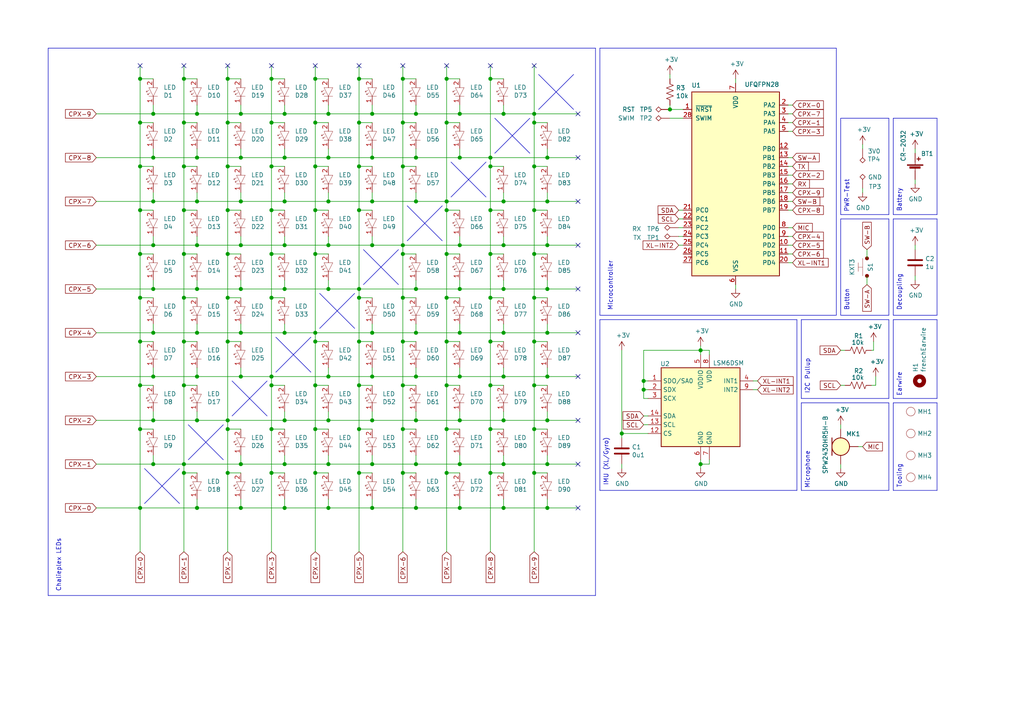
<source format=kicad_sch>
(kicad_sch (version 20210126) (generator eeschema)
  (paper "A4")
  (title_block (title "HALO-90") (date "2020-05-17") (rev "0V5") (company "Kolibri") (comment 1 "Sawaiz"))
  (lib_symbols
    (symbol "BAT-HLD-001:CR-2032" (pin_numbers hide) (pin_names (offset 0) hide)
      (property "Reference" "BT" (at 2.54 2.54 0))
      (property "Value" "CR-2032" (at 2.54 0 0))
      (symbol "CR-2032_1_1"
        (pin passive line (at 0 5.08 270) (length 2.54) (name "+") (number "1"))
        (pin passive line (at 0 -2.54 90) (length 2.54) (name "-") (number "2"))
      )
    )
    (symbol "BL-HUB37A-AV-TRB:BL-HUB37A-AV-TRB" (pin_names hide)
      (property "Reference" "D" (at 0 3.81 0))
      (property "Value" "BL-HUB37A-AV-TRB" (at 0 -3.81 0))
      (symbol "BL-HUB37A-AV-TRB_0_0"
        (pin output line (at 3.81 0 180) (length 2.54) (name "A") (number "1"))
        (pin input line (at -3.81 0 0) (length 2.54) (name "K") (number "2"))
      )
    )
    (symbol "BL-HUB37A-AV-TRB:BL-HUB37A-AV-TRB_1" (pin_names hide)
      (property "Reference" "D" (at 0 3.81 0))
      (property "Value" "BL-HUB37A-AV-TRB" (at 0 -3.81 0))
      (symbol "BL-HUB37A-AV-TRB_1_0_0"
        (pin output line (at 3.81 0 180) (length 2.54) (name "A") (number "1"))
        (pin input line (at -3.81 0 0) (length 2.54) (name "K") (number "2"))
      )
    )
    (symbol "BL-HUB37A-AV-TRB:BL-HUB37A-AV-TRB_10" (pin_names hide)
      (property "Reference" "D" (at 0 3.81 0))
      (property "Value" "BL-HUB37A-AV-TRB" (at 0 -3.81 0))
      (symbol "BL-HUB37A-AV-TRB_10_0_0"
        (pin output line (at 3.81 0 180) (length 2.54) (name "A") (number "1"))
        (pin input line (at -3.81 0 0) (length 2.54) (name "K") (number "2"))
      )
    )
    (symbol "BL-HUB37A-AV-TRB:BL-HUB37A-AV-TRB_11" (pin_names hide)
      (property "Reference" "D" (at 0 3.81 0))
      (property "Value" "BL-HUB37A-AV-TRB" (at 0 -3.81 0))
      (symbol "BL-HUB37A-AV-TRB_11_0_0"
        (pin output line (at 3.81 0 180) (length 2.54) (name "A") (number "1"))
        (pin input line (at -3.81 0 0) (length 2.54) (name "K") (number "2"))
      )
    )
    (symbol "BL-HUB37A-AV-TRB:BL-HUB37A-AV-TRB_12" (pin_names hide)
      (property "Reference" "D" (at 0 3.81 0))
      (property "Value" "BL-HUB37A-AV-TRB" (at 0 -3.81 0))
      (symbol "BL-HUB37A-AV-TRB_12_0_0"
        (pin output line (at 3.81 0 180) (length 2.54) (name "A") (number "1"))
        (pin input line (at -3.81 0 0) (length 2.54) (name "K") (number "2"))
      )
    )
    (symbol "BL-HUB37A-AV-TRB:BL-HUB37A-AV-TRB_13" (pin_names hide)
      (property "Reference" "D" (at 0 3.81 0))
      (property "Value" "BL-HUB37A-AV-TRB" (at 0 -3.81 0))
      (symbol "BL-HUB37A-AV-TRB_13_0_0"
        (pin output line (at 3.81 0 180) (length 2.54) (name "A") (number "1"))
        (pin input line (at -3.81 0 0) (length 2.54) (name "K") (number "2"))
      )
    )
    (symbol "BL-HUB37A-AV-TRB:BL-HUB37A-AV-TRB_14" (pin_names hide)
      (property "Reference" "D" (at 0 3.81 0))
      (property "Value" "BL-HUB37A-AV-TRB" (at 0 -3.81 0))
      (symbol "BL-HUB37A-AV-TRB_14_0_0"
        (pin output line (at 3.81 0 180) (length 2.54) (name "A") (number "1"))
        (pin input line (at -3.81 0 0) (length 2.54) (name "K") (number "2"))
      )
    )
    (symbol "BL-HUB37A-AV-TRB:BL-HUB37A-AV-TRB_15" (pin_names hide)
      (property "Reference" "D" (at 0 3.81 0))
      (property "Value" "BL-HUB37A-AV-TRB" (at 0 -3.81 0))
      (symbol "BL-HUB37A-AV-TRB_15_0_0"
        (pin output line (at 3.81 0 180) (length 2.54) (name "A") (number "1"))
        (pin input line (at -3.81 0 0) (length 2.54) (name "K") (number "2"))
      )
    )
    (symbol "BL-HUB37A-AV-TRB:BL-HUB37A-AV-TRB_16" (pin_names hide)
      (property "Reference" "D" (at 0 3.81 0))
      (property "Value" "BL-HUB37A-AV-TRB" (at 0 -3.81 0))
      (symbol "BL-HUB37A-AV-TRB_16_0_0"
        (pin output line (at 3.81 0 180) (length 2.54) (name "A") (number "1"))
        (pin input line (at -3.81 0 0) (length 2.54) (name "K") (number "2"))
      )
    )
    (symbol "BL-HUB37A-AV-TRB:BL-HUB37A-AV-TRB_17" (pin_names hide)
      (property "Reference" "D" (at 0 3.81 0))
      (property "Value" "BL-HUB37A-AV-TRB" (at 0 -3.81 0))
      (symbol "BL-HUB37A-AV-TRB_17_0_0"
        (pin output line (at 3.81 0 180) (length 2.54) (name "A") (number "1"))
        (pin input line (at -3.81 0 0) (length 2.54) (name "K") (number "2"))
      )
    )
    (symbol "BL-HUB37A-AV-TRB:BL-HUB37A-AV-TRB_18" (pin_names hide)
      (property "Reference" "D" (at 0 3.81 0))
      (property "Value" "BL-HUB37A-AV-TRB" (at 0 -3.81 0))
      (symbol "BL-HUB37A-AV-TRB_18_0_0"
        (pin output line (at 3.81 0 180) (length 2.54) (name "A") (number "1"))
        (pin input line (at -3.81 0 0) (length 2.54) (name "K") (number "2"))
      )
    )
    (symbol "BL-HUB37A-AV-TRB:BL-HUB37A-AV-TRB_19" (pin_names hide)
      (property "Reference" "D" (at 0 3.81 0))
      (property "Value" "BL-HUB37A-AV-TRB" (at 0 -3.81 0))
      (symbol "BL-HUB37A-AV-TRB_19_0_0"
        (pin output line (at 3.81 0 180) (length 2.54) (name "A") (number "1"))
        (pin input line (at -3.81 0 0) (length 2.54) (name "K") (number "2"))
      )
    )
    (symbol "BL-HUB37A-AV-TRB:BL-HUB37A-AV-TRB_2" (pin_names hide)
      (property "Reference" "D" (at 0 3.81 0))
      (property "Value" "BL-HUB37A-AV-TRB" (at 0 -3.81 0))
      (symbol "BL-HUB37A-AV-TRB_2_0_0"
        (pin output line (at 3.81 0 180) (length 2.54) (name "A") (number "1"))
        (pin input line (at -3.81 0 0) (length 2.54) (name "K") (number "2"))
      )
    )
    (symbol "BL-HUB37A-AV-TRB:BL-HUB37A-AV-TRB_20" (pin_names hide)
      (property "Reference" "D" (at 0 3.81 0))
      (property "Value" "BL-HUB37A-AV-TRB" (at 0 -3.81 0))
      (symbol "BL-HUB37A-AV-TRB_20_0_0"
        (pin output line (at 3.81 0 180) (length 2.54) (name "A") (number "1"))
        (pin input line (at -3.81 0 0) (length 2.54) (name "K") (number "2"))
      )
    )
    (symbol "BL-HUB37A-AV-TRB:BL-HUB37A-AV-TRB_21" (pin_names hide)
      (property "Reference" "D" (at 0 3.81 0))
      (property "Value" "BL-HUB37A-AV-TRB" (at 0 -3.81 0))
      (symbol "BL-HUB37A-AV-TRB_21_0_0"
        (pin output line (at 3.81 0 180) (length 2.54) (name "A") (number "1"))
        (pin input line (at -3.81 0 0) (length 2.54) (name "K") (number "2"))
      )
    )
    (symbol "BL-HUB37A-AV-TRB:BL-HUB37A-AV-TRB_22" (pin_names hide)
      (property "Reference" "D" (at 0 3.81 0))
      (property "Value" "BL-HUB37A-AV-TRB" (at 0 -3.81 0))
      (symbol "BL-HUB37A-AV-TRB_22_0_0"
        (pin output line (at 3.81 0 180) (length 2.54) (name "A") (number "1"))
        (pin input line (at -3.81 0 0) (length 2.54) (name "K") (number "2"))
      )
    )
    (symbol "BL-HUB37A-AV-TRB:BL-HUB37A-AV-TRB_23" (pin_names hide)
      (property "Reference" "D" (at 0 3.81 0))
      (property "Value" "BL-HUB37A-AV-TRB" (at 0 -3.81 0))
      (symbol "BL-HUB37A-AV-TRB_23_0_0"
        (pin output line (at 3.81 0 180) (length 2.54) (name "A") (number "1"))
        (pin input line (at -3.81 0 0) (length 2.54) (name "K") (number "2"))
      )
    )
    (symbol "BL-HUB37A-AV-TRB:BL-HUB37A-AV-TRB_24" (pin_names hide)
      (property "Reference" "D" (at 0 3.81 0))
      (property "Value" "BL-HUB37A-AV-TRB" (at 0 -3.81 0))
      (symbol "BL-HUB37A-AV-TRB_24_0_0"
        (pin output line (at 3.81 0 180) (length 2.54) (name "A") (number "1"))
        (pin input line (at -3.81 0 0) (length 2.54) (name "K") (number "2"))
      )
    )
    (symbol "BL-HUB37A-AV-TRB:BL-HUB37A-AV-TRB_25" (pin_names hide)
      (property "Reference" "D" (at 0 3.81 0))
      (property "Value" "BL-HUB37A-AV-TRB" (at 0 -3.81 0))
      (symbol "BL-HUB37A-AV-TRB_25_0_0"
        (pin output line (at 3.81 0 180) (length 2.54) (name "A") (number "1"))
        (pin input line (at -3.81 0 0) (length 2.54) (name "K") (number "2"))
      )
    )
    (symbol "BL-HUB37A-AV-TRB:BL-HUB37A-AV-TRB_26" (pin_names hide)
      (property "Reference" "D" (at 0 3.81 0))
      (property "Value" "BL-HUB37A-AV-TRB" (at 0 -3.81 0))
      (symbol "BL-HUB37A-AV-TRB_26_0_0"
        (pin output line (at 3.81 0 180) (length 2.54) (name "A") (number "1"))
        (pin input line (at -3.81 0 0) (length 2.54) (name "K") (number "2"))
      )
    )
    (symbol "BL-HUB37A-AV-TRB:BL-HUB37A-AV-TRB_27" (pin_names hide)
      (property "Reference" "D" (at 0 3.81 0))
      (property "Value" "BL-HUB37A-AV-TRB" (at 0 -3.81 0))
      (symbol "BL-HUB37A-AV-TRB_27_0_0"
        (pin output line (at 3.81 0 180) (length 2.54) (name "A") (number "1"))
        (pin input line (at -3.81 0 0) (length 2.54) (name "K") (number "2"))
      )
    )
    (symbol "BL-HUB37A-AV-TRB:BL-HUB37A-AV-TRB_28" (pin_names hide)
      (property "Reference" "D" (at 0 3.81 0))
      (property "Value" "BL-HUB37A-AV-TRB" (at 0 -3.81 0))
      (symbol "BL-HUB37A-AV-TRB_28_0_0"
        (pin output line (at 3.81 0 180) (length 2.54) (name "A") (number "1"))
        (pin input line (at -3.81 0 0) (length 2.54) (name "K") (number "2"))
      )
    )
    (symbol "BL-HUB37A-AV-TRB:BL-HUB37A-AV-TRB_29" (pin_names hide)
      (property "Reference" "D" (at 0 3.81 0))
      (property "Value" "BL-HUB37A-AV-TRB" (at 0 -3.81 0))
      (symbol "BL-HUB37A-AV-TRB_29_0_0"
        (pin output line (at 3.81 0 180) (length 2.54) (name "A") (number "1"))
        (pin input line (at -3.81 0 0) (length 2.54) (name "K") (number "2"))
      )
    )
    (symbol "BL-HUB37A-AV-TRB:BL-HUB37A-AV-TRB_3" (pin_names hide)
      (property "Reference" "D" (at 0 3.81 0))
      (property "Value" "BL-HUB37A-AV-TRB" (at 0 -3.81 0))
      (symbol "BL-HUB37A-AV-TRB_3_0_0"
        (pin output line (at 3.81 0 180) (length 2.54) (name "A") (number "1"))
        (pin input line (at -3.81 0 0) (length 2.54) (name "K") (number "2"))
      )
    )
    (symbol "BL-HUB37A-AV-TRB:BL-HUB37A-AV-TRB_30" (pin_names hide)
      (property "Reference" "D" (at 0 3.81 0))
      (property "Value" "BL-HUB37A-AV-TRB" (at 0 -3.81 0))
      (symbol "BL-HUB37A-AV-TRB_30_0_0"
        (pin output line (at 3.81 0 180) (length 2.54) (name "A") (number "1"))
        (pin input line (at -3.81 0 0) (length 2.54) (name "K") (number "2"))
      )
    )
    (symbol "BL-HUB37A-AV-TRB:BL-HUB37A-AV-TRB_31" (pin_names hide)
      (property "Reference" "D" (at 0 3.81 0))
      (property "Value" "BL-HUB37A-AV-TRB" (at 0 -3.81 0))
      (symbol "BL-HUB37A-AV-TRB_31_0_0"
        (pin output line (at 3.81 0 180) (length 2.54) (name "A") (number "1"))
        (pin input line (at -3.81 0 0) (length 2.54) (name "K") (number "2"))
      )
    )
    (symbol "BL-HUB37A-AV-TRB:BL-HUB37A-AV-TRB_32" (pin_names hide)
      (property "Reference" "D" (at 0 3.81 0))
      (property "Value" "BL-HUB37A-AV-TRB" (at 0 -3.81 0))
      (symbol "BL-HUB37A-AV-TRB_32_0_0"
        (pin output line (at 3.81 0 180) (length 2.54) (name "A") (number "1"))
        (pin input line (at -3.81 0 0) (length 2.54) (name "K") (number "2"))
      )
    )
    (symbol "BL-HUB37A-AV-TRB:BL-HUB37A-AV-TRB_33" (pin_names hide)
      (property "Reference" "D" (at 0 3.81 0))
      (property "Value" "BL-HUB37A-AV-TRB" (at 0 -3.81 0))
      (symbol "BL-HUB37A-AV-TRB_33_0_0"
        (pin output line (at 3.81 0 180) (length 2.54) (name "A") (number "1"))
        (pin input line (at -3.81 0 0) (length 2.54) (name "K") (number "2"))
      )
    )
    (symbol "BL-HUB37A-AV-TRB:BL-HUB37A-AV-TRB_34" (pin_names hide)
      (property "Reference" "D" (at 0 3.81 0))
      (property "Value" "BL-HUB37A-AV-TRB" (at 0 -3.81 0))
      (symbol "BL-HUB37A-AV-TRB_34_0_0"
        (pin output line (at 3.81 0 180) (length 2.54) (name "A") (number "1"))
        (pin input line (at -3.81 0 0) (length 2.54) (name "K") (number "2"))
      )
    )
    (symbol "BL-HUB37A-AV-TRB:BL-HUB37A-AV-TRB_35" (pin_names hide)
      (property "Reference" "D" (at 0 3.81 0))
      (property "Value" "BL-HUB37A-AV-TRB" (at 0 -3.81 0))
      (symbol "BL-HUB37A-AV-TRB_35_0_0"
        (pin output line (at 3.81 0 180) (length 2.54) (name "A") (number "1"))
        (pin input line (at -3.81 0 0) (length 2.54) (name "K") (number "2"))
      )
    )
    (symbol "BL-HUB37A-AV-TRB:BL-HUB37A-AV-TRB_36" (pin_names hide)
      (property "Reference" "D" (at 0 3.81 0))
      (property "Value" "BL-HUB37A-AV-TRB" (at 0 -3.81 0))
      (symbol "BL-HUB37A-AV-TRB_36_0_0"
        (pin output line (at 3.81 0 180) (length 2.54) (name "A") (number "1"))
        (pin input line (at -3.81 0 0) (length 2.54) (name "K") (number "2"))
      )
    )
    (symbol "BL-HUB37A-AV-TRB:BL-HUB37A-AV-TRB_37" (pin_names hide)
      (property "Reference" "D" (at 0 3.81 0))
      (property "Value" "BL-HUB37A-AV-TRB" (at 0 -3.81 0))
      (symbol "BL-HUB37A-AV-TRB_37_0_0"
        (pin output line (at 3.81 0 180) (length 2.54) (name "A") (number "1"))
        (pin input line (at -3.81 0 0) (length 2.54) (name "K") (number "2"))
      )
    )
    (symbol "BL-HUB37A-AV-TRB:BL-HUB37A-AV-TRB_38" (pin_names hide)
      (property "Reference" "D" (at 0 3.81 0))
      (property "Value" "BL-HUB37A-AV-TRB" (at 0 -3.81 0))
      (symbol "BL-HUB37A-AV-TRB_38_0_0"
        (pin output line (at 3.81 0 180) (length 2.54) (name "A") (number "1"))
        (pin input line (at -3.81 0 0) (length 2.54) (name "K") (number "2"))
      )
    )
    (symbol "BL-HUB37A-AV-TRB:BL-HUB37A-AV-TRB_39" (pin_names hide)
      (property "Reference" "D" (at 0 3.81 0))
      (property "Value" "BL-HUB37A-AV-TRB" (at 0 -3.81 0))
      (symbol "BL-HUB37A-AV-TRB_39_0_0"
        (pin output line (at 3.81 0 180) (length 2.54) (name "A") (number "1"))
        (pin input line (at -3.81 0 0) (length 2.54) (name "K") (number "2"))
      )
    )
    (symbol "BL-HUB37A-AV-TRB:BL-HUB37A-AV-TRB_4" (pin_names hide)
      (property "Reference" "D" (at 0 3.81 0))
      (property "Value" "BL-HUB37A-AV-TRB" (at 0 -3.81 0))
      (symbol "BL-HUB37A-AV-TRB_4_0_0"
        (pin output line (at 3.81 0 180) (length 2.54) (name "A") (number "1"))
        (pin input line (at -3.81 0 0) (length 2.54) (name "K") (number "2"))
      )
    )
    (symbol "BL-HUB37A-AV-TRB:BL-HUB37A-AV-TRB_40" (pin_names hide)
      (property "Reference" "D" (at 0 3.81 0))
      (property "Value" "BL-HUB37A-AV-TRB" (at 0 -3.81 0))
      (symbol "BL-HUB37A-AV-TRB_40_0_0"
        (pin output line (at 3.81 0 180) (length 2.54) (name "A") (number "1"))
        (pin input line (at -3.81 0 0) (length 2.54) (name "K") (number "2"))
      )
    )
    (symbol "BL-HUB37A-AV-TRB:BL-HUB37A-AV-TRB_41" (pin_names hide)
      (property "Reference" "D" (at 0 3.81 0))
      (property "Value" "BL-HUB37A-AV-TRB" (at 0 -3.81 0))
      (symbol "BL-HUB37A-AV-TRB_41_0_0"
        (pin output line (at 3.81 0 180) (length 2.54) (name "A") (number "1"))
        (pin input line (at -3.81 0 0) (length 2.54) (name "K") (number "2"))
      )
    )
    (symbol "BL-HUB37A-AV-TRB:BL-HUB37A-AV-TRB_42" (pin_names hide)
      (property "Reference" "D" (at 0 3.81 0))
      (property "Value" "BL-HUB37A-AV-TRB" (at 0 -3.81 0))
      (symbol "BL-HUB37A-AV-TRB_42_0_0"
        (pin output line (at 3.81 0 180) (length 2.54) (name "A") (number "1"))
        (pin input line (at -3.81 0 0) (length 2.54) (name "K") (number "2"))
      )
    )
    (symbol "BL-HUB37A-AV-TRB:BL-HUB37A-AV-TRB_43" (pin_names hide)
      (property "Reference" "D" (at 0 3.81 0))
      (property "Value" "BL-HUB37A-AV-TRB" (at 0 -3.81 0))
      (symbol "BL-HUB37A-AV-TRB_43_0_0"
        (pin output line (at 3.81 0 180) (length 2.54) (name "A") (number "1"))
        (pin input line (at -3.81 0 0) (length 2.54) (name "K") (number "2"))
      )
    )
    (symbol "BL-HUB37A-AV-TRB:BL-HUB37A-AV-TRB_44" (pin_names hide)
      (property "Reference" "D" (at 0 3.81 0))
      (property "Value" "BL-HUB37A-AV-TRB" (at 0 -3.81 0))
      (symbol "BL-HUB37A-AV-TRB_44_0_0"
        (pin output line (at 3.81 0 180) (length 2.54) (name "A") (number "1"))
        (pin input line (at -3.81 0 0) (length 2.54) (name "K") (number "2"))
      )
    )
    (symbol "BL-HUB37A-AV-TRB:BL-HUB37A-AV-TRB_45" (pin_names hide)
      (property "Reference" "D" (at 0 3.81 0))
      (property "Value" "BL-HUB37A-AV-TRB" (at 0 -3.81 0))
      (symbol "BL-HUB37A-AV-TRB_45_0_0"
        (pin output line (at 3.81 0 180) (length 2.54) (name "A") (number "1"))
        (pin input line (at -3.81 0 0) (length 2.54) (name "K") (number "2"))
      )
    )
    (symbol "BL-HUB37A-AV-TRB:BL-HUB37A-AV-TRB_46" (pin_names hide)
      (property "Reference" "D" (at 0 3.81 0))
      (property "Value" "BL-HUB37A-AV-TRB" (at 0 -3.81 0))
      (symbol "BL-HUB37A-AV-TRB_46_0_0"
        (pin output line (at 3.81 0 180) (length 2.54) (name "A") (number "1"))
        (pin input line (at -3.81 0 0) (length 2.54) (name "K") (number "2"))
      )
    )
    (symbol "BL-HUB37A-AV-TRB:BL-HUB37A-AV-TRB_47" (pin_names hide)
      (property "Reference" "D" (at 0 3.81 0))
      (property "Value" "BL-HUB37A-AV-TRB" (at 0 -3.81 0))
      (symbol "BL-HUB37A-AV-TRB_47_0_0"
        (pin output line (at 3.81 0 180) (length 2.54) (name "A") (number "1"))
        (pin input line (at -3.81 0 0) (length 2.54) (name "K") (number "2"))
      )
    )
    (symbol "BL-HUB37A-AV-TRB:BL-HUB37A-AV-TRB_48" (pin_names hide)
      (property "Reference" "D" (at 0 3.81 0))
      (property "Value" "BL-HUB37A-AV-TRB" (at 0 -3.81 0))
      (symbol "BL-HUB37A-AV-TRB_48_0_0"
        (pin output line (at 3.81 0 180) (length 2.54) (name "A") (number "1"))
        (pin input line (at -3.81 0 0) (length 2.54) (name "K") (number "2"))
      )
    )
    (symbol "BL-HUB37A-AV-TRB:BL-HUB37A-AV-TRB_49" (pin_names hide)
      (property "Reference" "D" (at 0 3.81 0))
      (property "Value" "BL-HUB37A-AV-TRB" (at 0 -3.81 0))
      (symbol "BL-HUB37A-AV-TRB_49_0_0"
        (pin output line (at 3.81 0 180) (length 2.54) (name "A") (number "1"))
        (pin input line (at -3.81 0 0) (length 2.54) (name "K") (number "2"))
      )
    )
    (symbol "BL-HUB37A-AV-TRB:BL-HUB37A-AV-TRB_5" (pin_names hide)
      (property "Reference" "D" (at 0 3.81 0))
      (property "Value" "BL-HUB37A-AV-TRB" (at 0 -3.81 0))
      (symbol "BL-HUB37A-AV-TRB_5_0_0"
        (pin output line (at 3.81 0 180) (length 2.54) (name "A") (number "1"))
        (pin input line (at -3.81 0 0) (length 2.54) (name "K") (number "2"))
      )
    )
    (symbol "BL-HUB37A-AV-TRB:BL-HUB37A-AV-TRB_50" (pin_names hide)
      (property "Reference" "D" (at 0 3.81 0))
      (property "Value" "BL-HUB37A-AV-TRB" (at 0 -3.81 0))
      (symbol "BL-HUB37A-AV-TRB_50_0_0"
        (pin output line (at 3.81 0 180) (length 2.54) (name "A") (number "1"))
        (pin input line (at -3.81 0 0) (length 2.54) (name "K") (number "2"))
      )
    )
    (symbol "BL-HUB37A-AV-TRB:BL-HUB37A-AV-TRB_51" (pin_names hide)
      (property "Reference" "D" (at 0 3.81 0))
      (property "Value" "BL-HUB37A-AV-TRB" (at 0 -3.81 0))
      (symbol "BL-HUB37A-AV-TRB_51_0_0"
        (pin output line (at 3.81 0 180) (length 2.54) (name "A") (number "1"))
        (pin input line (at -3.81 0 0) (length 2.54) (name "K") (number "2"))
      )
    )
    (symbol "BL-HUB37A-AV-TRB:BL-HUB37A-AV-TRB_52" (pin_names hide)
      (property "Reference" "D" (at 0 3.81 0))
      (property "Value" "BL-HUB37A-AV-TRB" (at 0 -3.81 0))
      (symbol "BL-HUB37A-AV-TRB_52_0_0"
        (pin output line (at 3.81 0 180) (length 2.54) (name "A") (number "1"))
        (pin input line (at -3.81 0 0) (length 2.54) (name "K") (number "2"))
      )
    )
    (symbol "BL-HUB37A-AV-TRB:BL-HUB37A-AV-TRB_53" (pin_names hide)
      (property "Reference" "D" (at 0 3.81 0))
      (property "Value" "BL-HUB37A-AV-TRB" (at 0 -3.81 0))
      (symbol "BL-HUB37A-AV-TRB_53_0_0"
        (pin output line (at 3.81 0 180) (length 2.54) (name "A") (number "1"))
        (pin input line (at -3.81 0 0) (length 2.54) (name "K") (number "2"))
      )
    )
    (symbol "BL-HUB37A-AV-TRB:BL-HUB37A-AV-TRB_54" (pin_names hide)
      (property "Reference" "D" (at 0 3.81 0))
      (property "Value" "BL-HUB37A-AV-TRB" (at 0 -3.81 0))
      (symbol "BL-HUB37A-AV-TRB_54_0_0"
        (pin output line (at 3.81 0 180) (length 2.54) (name "A") (number "1"))
        (pin input line (at -3.81 0 0) (length 2.54) (name "K") (number "2"))
      )
    )
    (symbol "BL-HUB37A-AV-TRB:BL-HUB37A-AV-TRB_55" (pin_names hide)
      (property "Reference" "D" (at 0 3.81 0))
      (property "Value" "BL-HUB37A-AV-TRB" (at 0 -3.81 0))
      (symbol "BL-HUB37A-AV-TRB_55_0_0"
        (pin output line (at 3.81 0 180) (length 2.54) (name "A") (number "1"))
        (pin input line (at -3.81 0 0) (length 2.54) (name "K") (number "2"))
      )
    )
    (symbol "BL-HUB37A-AV-TRB:BL-HUB37A-AV-TRB_56" (pin_names hide)
      (property "Reference" "D" (at 0 3.81 0))
      (property "Value" "BL-HUB37A-AV-TRB" (at 0 -3.81 0))
      (symbol "BL-HUB37A-AV-TRB_56_0_0"
        (pin output line (at 3.81 0 180) (length 2.54) (name "A") (number "1"))
        (pin input line (at -3.81 0 0) (length 2.54) (name "K") (number "2"))
      )
    )
    (symbol "BL-HUB37A-AV-TRB:BL-HUB37A-AV-TRB_57" (pin_names hide)
      (property "Reference" "D" (at 0 3.81 0))
      (property "Value" "BL-HUB37A-AV-TRB" (at 0 -3.81 0))
      (symbol "BL-HUB37A-AV-TRB_57_0_0"
        (pin output line (at 3.81 0 180) (length 2.54) (name "A") (number "1"))
        (pin input line (at -3.81 0 0) (length 2.54) (name "K") (number "2"))
      )
    )
    (symbol "BL-HUB37A-AV-TRB:BL-HUB37A-AV-TRB_58" (pin_names hide)
      (property "Reference" "D" (at 0 3.81 0))
      (property "Value" "BL-HUB37A-AV-TRB" (at 0 -3.81 0))
      (symbol "BL-HUB37A-AV-TRB_58_0_0"
        (pin output line (at 3.81 0 180) (length 2.54) (name "A") (number "1"))
        (pin input line (at -3.81 0 0) (length 2.54) (name "K") (number "2"))
      )
    )
    (symbol "BL-HUB37A-AV-TRB:BL-HUB37A-AV-TRB_59" (pin_names hide)
      (property "Reference" "D" (at 0 3.81 0))
      (property "Value" "BL-HUB37A-AV-TRB" (at 0 -3.81 0))
      (symbol "BL-HUB37A-AV-TRB_59_0_0"
        (pin output line (at 3.81 0 180) (length 2.54) (name "A") (number "1"))
        (pin input line (at -3.81 0 0) (length 2.54) (name "K") (number "2"))
      )
    )
    (symbol "BL-HUB37A-AV-TRB:BL-HUB37A-AV-TRB_6" (pin_names hide)
      (property "Reference" "D" (at 0 3.81 0))
      (property "Value" "BL-HUB37A-AV-TRB" (at 0 -3.81 0))
      (symbol "BL-HUB37A-AV-TRB_6_0_0"
        (pin output line (at 3.81 0 180) (length 2.54) (name "A") (number "1"))
        (pin input line (at -3.81 0 0) (length 2.54) (name "K") (number "2"))
      )
    )
    (symbol "BL-HUB37A-AV-TRB:BL-HUB37A-AV-TRB_60" (pin_names hide)
      (property "Reference" "D" (at 0 3.81 0))
      (property "Value" "BL-HUB37A-AV-TRB" (at 0 -3.81 0))
      (symbol "BL-HUB37A-AV-TRB_60_0_0"
        (pin output line (at 3.81 0 180) (length 2.54) (name "A") (number "1"))
        (pin input line (at -3.81 0 0) (length 2.54) (name "K") (number "2"))
      )
    )
    (symbol "BL-HUB37A-AV-TRB:BL-HUB37A-AV-TRB_61" (pin_names hide)
      (property "Reference" "D" (at 0 3.81 0))
      (property "Value" "BL-HUB37A-AV-TRB" (at 0 -3.81 0))
      (symbol "BL-HUB37A-AV-TRB_61_0_0"
        (pin output line (at 3.81 0 180) (length 2.54) (name "A") (number "1"))
        (pin input line (at -3.81 0 0) (length 2.54) (name "K") (number "2"))
      )
    )
    (symbol "BL-HUB37A-AV-TRB:BL-HUB37A-AV-TRB_62" (pin_names hide)
      (property "Reference" "D" (at 0 3.81 0))
      (property "Value" "BL-HUB37A-AV-TRB" (at 0 -3.81 0))
      (symbol "BL-HUB37A-AV-TRB_62_0_0"
        (pin output line (at 3.81 0 180) (length 2.54) (name "A") (number "1"))
        (pin input line (at -3.81 0 0) (length 2.54) (name "K") (number "2"))
      )
    )
    (symbol "BL-HUB37A-AV-TRB:BL-HUB37A-AV-TRB_63" (pin_names hide)
      (property "Reference" "D" (at 0 3.81 0))
      (property "Value" "BL-HUB37A-AV-TRB" (at 0 -3.81 0))
      (symbol "BL-HUB37A-AV-TRB_63_0_0"
        (pin output line (at 3.81 0 180) (length 2.54) (name "A") (number "1"))
        (pin input line (at -3.81 0 0) (length 2.54) (name "K") (number "2"))
      )
    )
    (symbol "BL-HUB37A-AV-TRB:BL-HUB37A-AV-TRB_64" (pin_names hide)
      (property "Reference" "D" (at 0 3.81 0))
      (property "Value" "BL-HUB37A-AV-TRB" (at 0 -3.81 0))
      (symbol "BL-HUB37A-AV-TRB_64_0_0"
        (pin output line (at 3.81 0 180) (length 2.54) (name "A") (number "1"))
        (pin input line (at -3.81 0 0) (length 2.54) (name "K") (number "2"))
      )
    )
    (symbol "BL-HUB37A-AV-TRB:BL-HUB37A-AV-TRB_65" (pin_names hide)
      (property "Reference" "D" (at 0 3.81 0))
      (property "Value" "BL-HUB37A-AV-TRB" (at 0 -3.81 0))
      (symbol "BL-HUB37A-AV-TRB_65_0_0"
        (pin output line (at 3.81 0 180) (length 2.54) (name "A") (number "1"))
        (pin input line (at -3.81 0 0) (length 2.54) (name "K") (number "2"))
      )
    )
    (symbol "BL-HUB37A-AV-TRB:BL-HUB37A-AV-TRB_66" (pin_names hide)
      (property "Reference" "D" (at 0 3.81 0))
      (property "Value" "BL-HUB37A-AV-TRB" (at 0 -3.81 0))
      (symbol "BL-HUB37A-AV-TRB_66_0_0"
        (pin output line (at 3.81 0 180) (length 2.54) (name "A") (number "1"))
        (pin input line (at -3.81 0 0) (length 2.54) (name "K") (number "2"))
      )
    )
    (symbol "BL-HUB37A-AV-TRB:BL-HUB37A-AV-TRB_67" (pin_names hide)
      (property "Reference" "D" (at 0 3.81 0))
      (property "Value" "BL-HUB37A-AV-TRB" (at 0 -3.81 0))
      (symbol "BL-HUB37A-AV-TRB_67_0_0"
        (pin output line (at 3.81 0 180) (length 2.54) (name "A") (number "1"))
        (pin input line (at -3.81 0 0) (length 2.54) (name "K") (number "2"))
      )
    )
    (symbol "BL-HUB37A-AV-TRB:BL-HUB37A-AV-TRB_68" (pin_names hide)
      (property "Reference" "D" (at 0 3.81 0))
      (property "Value" "BL-HUB37A-AV-TRB" (at 0 -3.81 0))
      (symbol "BL-HUB37A-AV-TRB_68_0_0"
        (pin output line (at 3.81 0 180) (length 2.54) (name "A") (number "1"))
        (pin input line (at -3.81 0 0) (length 2.54) (name "K") (number "2"))
      )
    )
    (symbol "BL-HUB37A-AV-TRB:BL-HUB37A-AV-TRB_69" (pin_names hide)
      (property "Reference" "D" (at 0 3.81 0))
      (property "Value" "BL-HUB37A-AV-TRB" (at 0 -3.81 0))
      (symbol "BL-HUB37A-AV-TRB_69_0_0"
        (pin output line (at 3.81 0 180) (length 2.54) (name "A") (number "1"))
        (pin input line (at -3.81 0 0) (length 2.54) (name "K") (number "2"))
      )
    )
    (symbol "BL-HUB37A-AV-TRB:BL-HUB37A-AV-TRB_7" (pin_names hide)
      (property "Reference" "D" (at 0 3.81 0))
      (property "Value" "BL-HUB37A-AV-TRB" (at 0 -3.81 0))
      (symbol "BL-HUB37A-AV-TRB_7_0_0"
        (pin output line (at 3.81 0 180) (length 2.54) (name "A") (number "1"))
        (pin input line (at -3.81 0 0) (length 2.54) (name "K") (number "2"))
      )
    )
    (symbol "BL-HUB37A-AV-TRB:BL-HUB37A-AV-TRB_70" (pin_names hide)
      (property "Reference" "D" (at 0 3.81 0))
      (property "Value" "BL-HUB37A-AV-TRB" (at 0 -3.81 0))
      (symbol "BL-HUB37A-AV-TRB_70_0_0"
        (pin output line (at 3.81 0 180) (length 2.54) (name "A") (number "1"))
        (pin input line (at -3.81 0 0) (length 2.54) (name "K") (number "2"))
      )
    )
    (symbol "BL-HUB37A-AV-TRB:BL-HUB37A-AV-TRB_71" (pin_names hide)
      (property "Reference" "D" (at 0 3.81 0))
      (property "Value" "BL-HUB37A-AV-TRB" (at 0 -3.81 0))
      (symbol "BL-HUB37A-AV-TRB_71_0_0"
        (pin output line (at 3.81 0 180) (length 2.54) (name "A") (number "1"))
        (pin input line (at -3.81 0 0) (length 2.54) (name "K") (number "2"))
      )
    )
    (symbol "BL-HUB37A-AV-TRB:BL-HUB37A-AV-TRB_72" (pin_names hide)
      (property "Reference" "D" (at 0 3.81 0))
      (property "Value" "BL-HUB37A-AV-TRB" (at 0 -3.81 0))
      (symbol "BL-HUB37A-AV-TRB_72_0_0"
        (pin output line (at 3.81 0 180) (length 2.54) (name "A") (number "1"))
        (pin input line (at -3.81 0 0) (length 2.54) (name "K") (number "2"))
      )
    )
    (symbol "BL-HUB37A-AV-TRB:BL-HUB37A-AV-TRB_73" (pin_names hide)
      (property "Reference" "D" (at 0 3.81 0))
      (property "Value" "BL-HUB37A-AV-TRB" (at 0 -3.81 0))
      (symbol "BL-HUB37A-AV-TRB_73_0_0"
        (pin output line (at 3.81 0 180) (length 2.54) (name "A") (number "1"))
        (pin input line (at -3.81 0 0) (length 2.54) (name "K") (number "2"))
      )
    )
    (symbol "BL-HUB37A-AV-TRB:BL-HUB37A-AV-TRB_74" (pin_names hide)
      (property "Reference" "D" (at 0 3.81 0))
      (property "Value" "BL-HUB37A-AV-TRB" (at 0 -3.81 0))
      (symbol "BL-HUB37A-AV-TRB_74_0_0"
        (pin output line (at 3.81 0 180) (length 2.54) (name "A") (number "1"))
        (pin input line (at -3.81 0 0) (length 2.54) (name "K") (number "2"))
      )
    )
    (symbol "BL-HUB37A-AV-TRB:BL-HUB37A-AV-TRB_75" (pin_names hide)
      (property "Reference" "D" (at 0 3.81 0))
      (property "Value" "BL-HUB37A-AV-TRB" (at 0 -3.81 0))
      (symbol "BL-HUB37A-AV-TRB_75_0_0"
        (pin output line (at 3.81 0 180) (length 2.54) (name "A") (number "1"))
        (pin input line (at -3.81 0 0) (length 2.54) (name "K") (number "2"))
      )
    )
    (symbol "BL-HUB37A-AV-TRB:BL-HUB37A-AV-TRB_76" (pin_names hide)
      (property "Reference" "D" (at 0 3.81 0))
      (property "Value" "BL-HUB37A-AV-TRB" (at 0 -3.81 0))
      (symbol "BL-HUB37A-AV-TRB_76_0_0"
        (pin output line (at 3.81 0 180) (length 2.54) (name "A") (number "1"))
        (pin input line (at -3.81 0 0) (length 2.54) (name "K") (number "2"))
      )
    )
    (symbol "BL-HUB37A-AV-TRB:BL-HUB37A-AV-TRB_77" (pin_names hide)
      (property "Reference" "D" (at 0 3.81 0))
      (property "Value" "BL-HUB37A-AV-TRB" (at 0 -3.81 0))
      (symbol "BL-HUB37A-AV-TRB_77_0_0"
        (pin output line (at 3.81 0 180) (length 2.54) (name "A") (number "1"))
        (pin input line (at -3.81 0 0) (length 2.54) (name "K") (number "2"))
      )
    )
    (symbol "BL-HUB37A-AV-TRB:BL-HUB37A-AV-TRB_78" (pin_names hide)
      (property "Reference" "D" (at 0 3.81 0))
      (property "Value" "BL-HUB37A-AV-TRB" (at 0 -3.81 0))
      (symbol "BL-HUB37A-AV-TRB_78_0_0"
        (pin output line (at 3.81 0 180) (length 2.54) (name "A") (number "1"))
        (pin input line (at -3.81 0 0) (length 2.54) (name "K") (number "2"))
      )
    )
    (symbol "BL-HUB37A-AV-TRB:BL-HUB37A-AV-TRB_79" (pin_names hide)
      (property "Reference" "D" (at 0 3.81 0))
      (property "Value" "BL-HUB37A-AV-TRB" (at 0 -3.81 0))
      (symbol "BL-HUB37A-AV-TRB_79_0_0"
        (pin output line (at 3.81 0 180) (length 2.54) (name "A") (number "1"))
        (pin input line (at -3.81 0 0) (length 2.54) (name "K") (number "2"))
      )
    )
    (symbol "BL-HUB37A-AV-TRB:BL-HUB37A-AV-TRB_8" (pin_names hide)
      (property "Reference" "D" (at 0 3.81 0))
      (property "Value" "BL-HUB37A-AV-TRB" (at 0 -3.81 0))
      (symbol "BL-HUB37A-AV-TRB_8_0_0"
        (pin output line (at 3.81 0 180) (length 2.54) (name "A") (number "1"))
        (pin input line (at -3.81 0 0) (length 2.54) (name "K") (number "2"))
      )
    )
    (symbol "BL-HUB37A-AV-TRB:BL-HUB37A-AV-TRB_80" (pin_names hide)
      (property "Reference" "D" (at 0 3.81 0))
      (property "Value" "BL-HUB37A-AV-TRB" (at 0 -3.81 0))
      (symbol "BL-HUB37A-AV-TRB_80_0_0"
        (pin output line (at 3.81 0 180) (length 2.54) (name "A") (number "1"))
        (pin input line (at -3.81 0 0) (length 2.54) (name "K") (number "2"))
      )
    )
    (symbol "BL-HUB37A-AV-TRB:BL-HUB37A-AV-TRB_81" (pin_names hide)
      (property "Reference" "D" (at 0 3.81 0))
      (property "Value" "BL-HUB37A-AV-TRB" (at 0 -3.81 0))
      (symbol "BL-HUB37A-AV-TRB_81_0_0"
        (pin output line (at 3.81 0 180) (length 2.54) (name "A") (number "1"))
        (pin input line (at -3.81 0 0) (length 2.54) (name "K") (number "2"))
      )
    )
    (symbol "BL-HUB37A-AV-TRB:BL-HUB37A-AV-TRB_82" (pin_names hide)
      (property "Reference" "D" (at 0 3.81 0))
      (property "Value" "BL-HUB37A-AV-TRB" (at 0 -3.81 0))
      (symbol "BL-HUB37A-AV-TRB_82_0_0"
        (pin output line (at 3.81 0 180) (length 2.54) (name "A") (number "1"))
        (pin input line (at -3.81 0 0) (length 2.54) (name "K") (number "2"))
      )
    )
    (symbol "BL-HUB37A-AV-TRB:BL-HUB37A-AV-TRB_83" (pin_names hide)
      (property "Reference" "D" (at 0 3.81 0))
      (property "Value" "BL-HUB37A-AV-TRB" (at 0 -3.81 0))
      (symbol "BL-HUB37A-AV-TRB_83_0_0"
        (pin output line (at 3.81 0 180) (length 2.54) (name "A") (number "1"))
        (pin input line (at -3.81 0 0) (length 2.54) (name "K") (number "2"))
      )
    )
    (symbol "BL-HUB37A-AV-TRB:BL-HUB37A-AV-TRB_84" (pin_names hide)
      (property "Reference" "D" (at 0 3.81 0))
      (property "Value" "BL-HUB37A-AV-TRB" (at 0 -3.81 0))
      (symbol "BL-HUB37A-AV-TRB_84_0_0"
        (pin output line (at 3.81 0 180) (length 2.54) (name "A") (number "1"))
        (pin input line (at -3.81 0 0) (length 2.54) (name "K") (number "2"))
      )
    )
    (symbol "BL-HUB37A-AV-TRB:BL-HUB37A-AV-TRB_85" (pin_names hide)
      (property "Reference" "D" (at 0 3.81 0))
      (property "Value" "BL-HUB37A-AV-TRB" (at 0 -3.81 0))
      (symbol "BL-HUB37A-AV-TRB_85_0_0"
        (pin output line (at 3.81 0 180) (length 2.54) (name "A") (number "1"))
        (pin input line (at -3.81 0 0) (length 2.54) (name "K") (number "2"))
      )
    )
    (symbol "BL-HUB37A-AV-TRB:BL-HUB37A-AV-TRB_86" (pin_names hide)
      (property "Reference" "D" (at 0 3.81 0))
      (property "Value" "BL-HUB37A-AV-TRB" (at 0 -3.81 0))
      (symbol "BL-HUB37A-AV-TRB_86_0_0"
        (pin output line (at 3.81 0 180) (length 2.54) (name "A") (number "1"))
        (pin input line (at -3.81 0 0) (length 2.54) (name "K") (number "2"))
      )
    )
    (symbol "BL-HUB37A-AV-TRB:BL-HUB37A-AV-TRB_87" (pin_names hide)
      (property "Reference" "D" (at 0 3.81 0))
      (property "Value" "BL-HUB37A-AV-TRB" (at 0 -3.81 0))
      (symbol "BL-HUB37A-AV-TRB_87_0_0"
        (pin output line (at 3.81 0 180) (length 2.54) (name "A") (number "1"))
        (pin input line (at -3.81 0 0) (length 2.54) (name "K") (number "2"))
      )
    )
    (symbol "BL-HUB37A-AV-TRB:BL-HUB37A-AV-TRB_88" (pin_names hide)
      (property "Reference" "D" (at 0 3.81 0))
      (property "Value" "BL-HUB37A-AV-TRB" (at 0 -3.81 0))
      (symbol "BL-HUB37A-AV-TRB_88_0_0"
        (pin output line (at 3.81 0 180) (length 2.54) (name "A") (number "1"))
        (pin input line (at -3.81 0 0) (length 2.54) (name "K") (number "2"))
      )
    )
    (symbol "BL-HUB37A-AV-TRB:BL-HUB37A-AV-TRB_89" (pin_names hide)
      (property "Reference" "D" (at 0 3.81 0))
      (property "Value" "BL-HUB37A-AV-TRB" (at 0 -3.81 0))
      (symbol "BL-HUB37A-AV-TRB_89_0_0"
        (pin output line (at 3.81 0 180) (length 2.54) (name "A") (number "1"))
        (pin input line (at -3.81 0 0) (length 2.54) (name "K") (number "2"))
      )
    )
    (symbol "BL-HUB37A-AV-TRB:BL-HUB37A-AV-TRB_9" (pin_names hide)
      (property "Reference" "D" (at 0 3.81 0))
      (property "Value" "BL-HUB37A-AV-TRB" (at 0 -3.81 0))
      (symbol "BL-HUB37A-AV-TRB_9_0_0"
        (pin output line (at 3.81 0 180) (length 2.54) (name "A") (number "1"))
        (pin input line (at -3.81 0 0) (length 2.54) (name "K") (number "2"))
      )
    )
    (symbol "KXT3:KXT3" (pin_numbers hide) (pin_names (offset 1.016) hide)
      (property "Reference" "S" (at 0 -2.54 0))
      (property "Value" "KXT3" (at 0 3.81 0))
      (symbol "KXT3_0_0"
        (pin unspecified line (at -2.54 0 0) (length 2.54) hide (name "1") (number "1"))
        (pin unspecified line (at 2.54 0 180) (length 2.54) hide (name "2") (number "2"))
      )
    )
    (symbol "LSM6DSM:LSM6DSM"
      (property "Reference" "U" (at -11.43 15.24 0))
      (property "Value" "LSM6DSM" (at -11.43 12.7 0))
      (symbol "LSM6DSM_1_1"
        (pin bidirectional line (at -15.24 7.62 0) (length 3.81) (name "SDO/SA0") (number "1"))
        (pin no_connect line (at 10.16 -5.08 180) (length 3.81) hide (name "NC") (number "10"))
        (pin no_connect line (at 10.16 -2.54 180) (length 3.81) hide (name "NC") (number "11"))
        (pin input line (at -15.24 -7.62 0) (length 3.81) (name "CS") (number "12"))
        (pin input line (at -15.24 -5.08 0) (length 3.81) (name "SCL") (number "13"))
        (pin bidirectional line (at -15.24 -2.54 0) (length 3.81) (name "SDA") (number "14"))
        (pin bidirectional line (at -15.24 5.08 0) (length 3.81) (name "SDX") (number "2"))
        (pin input line (at -15.24 2.54 0) (length 3.81) (name "SCX") (number "3"))
        (pin output line (at 15.24 7.62 180) (length 3.81) (name "INT1") (number "4"))
        (pin power_in line (at 0 15.24 270) (length 3.81) (name "VDDIO") (number "5"))
        (pin power_in line (at 0 -15.24 90) (length 3.81) (name "GND") (number "6"))
        (pin power_in line (at 2.54 -15.24 90) (length 3.81) (name "GND") (number "7"))
        (pin power_in line (at 2.54 15.24 270) (length 3.81) (name "VDD") (number "8"))
        (pin output line (at 15.24 5.08 180) (length 3.81) (name "INT2") (number "9"))
      )
    )
    (symbol "SPW2430HR5H-B:SPW2430HR5H-B" (pin_numbers hide) (pin_names (offset 1.016) hide)
      (property "Reference" "MK" (at -5.08 1.27 0))
      (property "Value" "SPW2430HR5H-B" (at -11.43 -1.27 0))
      (symbol "SPW2430HR5H-B_0_0"
        (pin output line (at 5.08 0 180) (length 2.54) (name "Output") (number "1"))
        (pin power_in line (at 0 -5.08 90) (length 2.54) hide (name "GND") (number "2"))
        (pin power_in line (at 0 -5.08 90) (length 2.54) (name "GND") (number "3"))
        (pin power_in line (at 0 5.08 270) (length 2.54) (name "VDD") (number "4"))
      )
    )
    (symbol "STM8L15xxx:UFQFPN28" (pin_names (offset 1.016))
      (property "Reference" "U" (at -11.43 15.24 0))
      (property "Value" "UFQFPN28" (at 7.62 15.24 0))
      (symbol "UFQFPN28_0_0"
        (pin input line (at -15.24 8.89 0) (length 2.54) (name "~NRST") (number "1"))
        (pin bidirectional line (at 15.24 10.16 180) (length 2.54) (name "PA2") (number "2"))
        (pin bidirectional line (at 15.24 7.62 180) (length 2.54) (name "PA3") (number "3"))
        (pin bidirectional line (at 15.24 5.08 180) (length 2.54) (name "PA4") (number "4"))
        (pin bidirectional line (at 15.24 2.54 180) (length 2.54) (name "PA5") (number "5"))
        (pin power_in line (at 0 -41.91 90) (length 2.54) (name "VSS") (number "6"))
        (pin power_in line (at 0 16.51 270) (length 2.54) (name "VDD") (number "7"))
        (pin bidirectional line (at 15.24 -25.4 180) (length 2.54) (name "PD0") (number "8"))
        (pin bidirectional line (at 15.24 -27.94 180) (length 2.54) (name "PD1") (number "9"))
        (pin bidirectional line (at 15.24 -30.48 180) (length 2.54) (name "PD2") (number "10"))
        (pin bidirectional line (at 15.24 -33.02 180) (length 2.54) (name "PD3") (number "11"))
        (pin bidirectional line (at 15.24 -2.54 180) (length 2.54) (name "PB0") (number "12"))
        (pin bidirectional line (at 15.24 -5.08 180) (length 2.54) (name "PB1") (number "13"))
        (pin bidirectional line (at 15.24 -7.62 180) (length 2.54) (name "PB2") (number "14"))
        (pin bidirectional line (at 15.24 -10.16 180) (length 2.54) (name "PB3") (number "15"))
        (pin bidirectional line (at 15.24 -12.7 180) (length 2.54) (name "PB4") (number "16"))
        (pin bidirectional line (at 15.24 -15.24 180) (length 2.54) (name "PB5") (number "17"))
        (pin bidirectional line (at 15.24 -17.78 180) (length 2.54) (name "PB6") (number "18"))
        (pin bidirectional line (at 15.24 -35.56 180) (length 2.54) (name "PD4") (number "20"))
        (pin bidirectional line (at -15.24 -20.32 0) (length 2.54) (name "PC0") (number "21"))
        (pin bidirectional line (at -15.24 -22.86 0) (length 2.54) (name "PC1") (number "22"))
        (pin bidirectional line (at -15.24 -25.4 0) (length 2.54) (name "PC2") (number "23"))
        (pin bidirectional line (at -15.24 -27.94 0) (length 2.54) (name "PC3") (number "24"))
        (pin bidirectional line (at -15.24 -30.48 0) (length 2.54) (name "PC4") (number "25"))
        (pin bidirectional line (at -15.24 -33.02 0) (length 2.54) (name "PC5") (number "26"))
        (pin bidirectional line (at -15.24 -35.56 0) (length 2.54) (name "PC6") (number "27"))
        (pin bidirectional line (at -15.24 6.35 0) (length 2.54) (name "SWIM") (number "28"))
        (pin bidirectional line (at 15.24 -20.32 180) (length 2.54) (name "PB7") (number "19"))
      )
    )
    (symbol "frenchEarwire:frenchEarwire" (pin_names (offset 1.016))
      (property "Reference" "H" (at 0 5.08 0))
      (property "Value" "frenchEarwire" (at 0 3.175 0))
    )
    (symbol "nets:+3V" (power) (pin_names (offset 0))
      (property "Value" "+3V" (at 0 3.556 0))
      (symbol "+3V_1_1"
        (pin power_in line (at 0 0 90) (length 0) hide (name "+3V") (number "1"))
      )
    )
    (symbol "nets:GND" (power) (pin_names (offset 0))
      (property "Value" "GND" (at 0 -3.81 0))
      (symbol "GND_1_1"
        (pin power_in line (at 0 0 270) (length 0) hide (name "GND") (number "1"))
      )
    )
    (symbol "passives:C-0402" (pin_numbers hide) (pin_names (offset 0.254))
      (property "Reference" "C" (at 0.635 2.54 0))
      (property "Value" "C-0402" (at 0.635 -2.54 0))
      (symbol "C-0402_1_1"
        (pin passive line (at 0 3.81 270) (length 2.794) (name "~") (number "1"))
        (pin passive line (at 0 -3.81 90) (length 2.794) (name "~") (number "2"))
      )
    )
    (symbol "passives:R-0402" (pin_numbers hide) (pin_names (offset 0))
      (property "Reference" "R" (at 2.54 0 90))
      (property "Value" "R-0402" (at -2.54 0 90))
      (symbol "R-0402_1_1"
        (pin passive line (at 0 3.81 270) (length 1.27) (name "~") (number "1"))
        (pin passive line (at 0 -3.81 90) (length 1.27) (name "~") (number "2"))
      )
    )
    (symbol "tooling:TestPoint_D1.0" (pin_numbers hide) (pin_names (offset 0.762) hide)
      (property "Reference" "TP" (at 0 6.858 0))
      (property "Value" "TestPoint_D1.0" (at 0 5.08 0))
      (symbol "TestPoint_D1.0_1_1"
        (pin passive line (at 0 0 90) (length 2.54) (name "1") (number "1"))
      )
    )
    (symbol "tooling:toolingHole"
      (property "Reference" "MH" (at 3.81 0 0))
    )
  )
  (junction (at 40.64 22.86) (diameter 1.016))
  (junction (at 40.64 35.56) (diameter 1.016))
  (junction (at 40.64 48.26) (diameter 1.016))
  (junction (at 40.64 60.96) (diameter 1.016))
  (junction (at 40.64 73.66) (diameter 1.016))
  (junction (at 40.64 86.36) (diameter 1.016))
  (junction (at 40.64 99.06) (diameter 1.016))
  (junction (at 40.64 111.76) (diameter 1.016))
  (junction (at 40.64 124.46) (diameter 1.016))
  (junction (at 40.64 147.32) (diameter 1.016))
  (junction (at 44.45 33.02) (diameter 1.016))
  (junction (at 44.45 45.72) (diameter 1.016))
  (junction (at 44.45 58.42) (diameter 1.016))
  (junction (at 44.45 71.12) (diameter 1.016))
  (junction (at 44.45 83.82) (diameter 1.016))
  (junction (at 44.45 96.52) (diameter 1.016))
  (junction (at 44.45 109.22) (diameter 1.016))
  (junction (at 44.45 121.92) (diameter 1.016))
  (junction (at 44.45 134.62) (diameter 1.016))
  (junction (at 53.34 22.86) (diameter 1.016))
  (junction (at 53.34 35.56) (diameter 1.016))
  (junction (at 53.34 48.26) (diameter 1.016))
  (junction (at 53.34 60.96) (diameter 1.016))
  (junction (at 53.34 73.66) (diameter 1.016))
  (junction (at 53.34 86.36) (diameter 1.016))
  (junction (at 53.34 99.06) (diameter 1.016))
  (junction (at 53.34 111.76) (diameter 1.016))
  (junction (at 53.34 134.62) (diameter 1.016))
  (junction (at 53.34 137.16) (diameter 1.016))
  (junction (at 57.15 33.02) (diameter 1.016))
  (junction (at 57.15 45.72) (diameter 1.016))
  (junction (at 57.15 58.42) (diameter 1.016))
  (junction (at 57.15 71.12) (diameter 1.016))
  (junction (at 57.15 83.82) (diameter 1.016))
  (junction (at 57.15 96.52) (diameter 1.016))
  (junction (at 57.15 109.22) (diameter 1.016))
  (junction (at 57.15 121.92) (diameter 1.016))
  (junction (at 57.15 147.32) (diameter 1.016))
  (junction (at 66.04 22.86) (diameter 1.016))
  (junction (at 66.04 35.56) (diameter 1.016))
  (junction (at 66.04 48.26) (diameter 1.016))
  (junction (at 66.04 60.96) (diameter 1.016))
  (junction (at 66.04 73.66) (diameter 1.016))
  (junction (at 66.04 86.36) (diameter 1.016))
  (junction (at 66.04 99.06) (diameter 1.016))
  (junction (at 66.04 121.92) (diameter 1.016))
  (junction (at 66.04 124.46) (diameter 1.016))
  (junction (at 66.04 137.16) (diameter 1.016))
  (junction (at 69.85 33.02) (diameter 1.016))
  (junction (at 69.85 45.72) (diameter 1.016))
  (junction (at 69.85 58.42) (diameter 1.016))
  (junction (at 69.85 71.12) (diameter 1.016))
  (junction (at 69.85 83.82) (diameter 1.016))
  (junction (at 69.85 96.52) (diameter 1.016))
  (junction (at 69.85 109.22) (diameter 1.016))
  (junction (at 69.85 134.62) (diameter 1.016))
  (junction (at 69.85 147.32) (diameter 1.016))
  (junction (at 78.74 22.86) (diameter 1.016))
  (junction (at 78.74 35.56) (diameter 1.016))
  (junction (at 78.74 48.26) (diameter 1.016))
  (junction (at 78.74 60.96) (diameter 1.016))
  (junction (at 78.74 73.66) (diameter 1.016))
  (junction (at 78.74 86.36) (diameter 1.016))
  (junction (at 78.74 109.22) (diameter 1.016))
  (junction (at 78.74 111.76) (diameter 1.016))
  (junction (at 78.74 124.46) (diameter 1.016))
  (junction (at 78.74 137.16) (diameter 1.016))
  (junction (at 82.55 33.02) (diameter 1.016))
  (junction (at 82.55 45.72) (diameter 1.016))
  (junction (at 82.55 58.42) (diameter 1.016))
  (junction (at 82.55 71.12) (diameter 1.016))
  (junction (at 82.55 83.82) (diameter 1.016))
  (junction (at 82.55 96.52) (diameter 1.016))
  (junction (at 82.55 121.92) (diameter 1.016))
  (junction (at 82.55 134.62) (diameter 1.016))
  (junction (at 82.55 147.32) (diameter 1.016))
  (junction (at 91.44 22.86) (diameter 1.016))
  (junction (at 91.44 35.56) (diameter 1.016))
  (junction (at 91.44 48.26) (diameter 1.016))
  (junction (at 91.44 60.96) (diameter 1.016))
  (junction (at 91.44 73.66) (diameter 1.016))
  (junction (at 91.44 96.52) (diameter 1.016))
  (junction (at 91.44 99.06) (diameter 1.016))
  (junction (at 91.44 111.76) (diameter 1.016))
  (junction (at 91.44 124.46) (diameter 1.016))
  (junction (at 91.44 137.16) (diameter 1.016))
  (junction (at 95.25 33.02) (diameter 1.016))
  (junction (at 95.25 45.72) (diameter 1.016))
  (junction (at 95.25 58.42) (diameter 1.016))
  (junction (at 95.25 71.12) (diameter 1.016))
  (junction (at 95.25 83.82) (diameter 1.016))
  (junction (at 95.25 109.22) (diameter 1.016))
  (junction (at 95.25 121.92) (diameter 1.016))
  (junction (at 95.25 134.62) (diameter 1.016))
  (junction (at 95.25 147.32) (diameter 1.016))
  (junction (at 104.14 22.86) (diameter 1.016))
  (junction (at 104.14 35.56) (diameter 1.016))
  (junction (at 104.14 48.26) (diameter 1.016))
  (junction (at 104.14 60.96) (diameter 1.016))
  (junction (at 104.14 83.82) (diameter 1.016))
  (junction (at 104.14 86.36) (diameter 1.016))
  (junction (at 104.14 99.06) (diameter 1.016))
  (junction (at 104.14 111.76) (diameter 1.016))
  (junction (at 104.14 124.46) (diameter 1.016))
  (junction (at 104.14 137.16) (diameter 1.016))
  (junction (at 107.95 33.02) (diameter 1.016))
  (junction (at 107.95 45.72) (diameter 1.016))
  (junction (at 107.95 58.42) (diameter 1.016))
  (junction (at 107.95 71.12) (diameter 1.016))
  (junction (at 107.95 96.52) (diameter 1.016))
  (junction (at 107.95 109.22) (diameter 1.016))
  (junction (at 107.95 121.92) (diameter 1.016))
  (junction (at 107.95 134.62) (diameter 1.016))
  (junction (at 107.95 147.32) (diameter 1.016))
  (junction (at 116.84 22.86) (diameter 1.016))
  (junction (at 116.84 35.56) (diameter 1.016))
  (junction (at 116.84 48.26) (diameter 1.016))
  (junction (at 116.84 71.12) (diameter 1.016))
  (junction (at 116.84 73.66) (diameter 1.016))
  (junction (at 116.84 86.36) (diameter 1.016))
  (junction (at 116.84 99.06) (diameter 1.016))
  (junction (at 116.84 111.76) (diameter 1.016))
  (junction (at 116.84 124.46) (diameter 1.016))
  (junction (at 116.84 137.16) (diameter 1.016))
  (junction (at 120.65 33.02) (diameter 1.016))
  (junction (at 120.65 45.72) (diameter 1.016))
  (junction (at 120.65 58.42) (diameter 1.016))
  (junction (at 120.65 83.82) (diameter 1.016))
  (junction (at 120.65 96.52) (diameter 1.016))
  (junction (at 120.65 109.22) (diameter 1.016))
  (junction (at 120.65 121.92) (diameter 1.016))
  (junction (at 120.65 134.62) (diameter 1.016))
  (junction (at 120.65 147.32) (diameter 1.016))
  (junction (at 129.54 22.86) (diameter 1.016))
  (junction (at 129.54 35.56) (diameter 1.016))
  (junction (at 129.54 58.42) (diameter 1.016))
  (junction (at 129.54 60.96) (diameter 1.016))
  (junction (at 129.54 73.66) (diameter 1.016))
  (junction (at 129.54 86.36) (diameter 1.016))
  (junction (at 129.54 99.06) (diameter 1.016))
  (junction (at 129.54 111.76) (diameter 1.016))
  (junction (at 129.54 124.46) (diameter 1.016))
  (junction (at 129.54 137.16) (diameter 1.016))
  (junction (at 133.35 33.02) (diameter 1.016))
  (junction (at 133.35 45.72) (diameter 1.016))
  (junction (at 133.35 71.12) (diameter 1.016))
  (junction (at 133.35 83.82) (diameter 1.016))
  (junction (at 133.35 96.52) (diameter 1.016))
  (junction (at 133.35 109.22) (diameter 1.016))
  (junction (at 133.35 121.92) (diameter 1.016))
  (junction (at 133.35 134.62) (diameter 1.016))
  (junction (at 133.35 147.32) (diameter 1.016))
  (junction (at 142.24 22.86) (diameter 1.016))
  (junction (at 142.24 45.72) (diameter 1.016))
  (junction (at 142.24 48.26) (diameter 1.016))
  (junction (at 142.24 60.96) (diameter 1.016))
  (junction (at 142.24 73.66) (diameter 1.016))
  (junction (at 142.24 86.36) (diameter 1.016))
  (junction (at 142.24 99.06) (diameter 1.016))
  (junction (at 142.24 111.76) (diameter 1.016))
  (junction (at 142.24 124.46) (diameter 1.016))
  (junction (at 142.24 137.16) (diameter 1.016))
  (junction (at 146.05 33.02) (diameter 1.016))
  (junction (at 146.05 58.42) (diameter 1.016))
  (junction (at 146.05 71.12) (diameter 1.016))
  (junction (at 146.05 83.82) (diameter 1.016))
  (junction (at 146.05 96.52) (diameter 1.016))
  (junction (at 146.05 109.22) (diameter 1.016))
  (junction (at 146.05 121.92) (diameter 1.016))
  (junction (at 146.05 134.62) (diameter 1.016))
  (junction (at 146.05 147.32) (diameter 1.016))
  (junction (at 154.94 33.02) (diameter 1.016))
  (junction (at 154.94 35.56) (diameter 1.016))
  (junction (at 154.94 48.26) (diameter 1.016))
  (junction (at 154.94 60.96) (diameter 1.016))
  (junction (at 154.94 73.66) (diameter 1.016))
  (junction (at 154.94 86.36) (diameter 1.016))
  (junction (at 154.94 99.06) (diameter 1.016))
  (junction (at 154.94 111.76) (diameter 1.016))
  (junction (at 154.94 124.46) (diameter 1.016))
  (junction (at 154.94 137.16) (diameter 1.016))
  (junction (at 158.75 45.72) (diameter 1.016))
  (junction (at 158.75 58.42) (diameter 1.016))
  (junction (at 158.75 71.12) (diameter 1.016))
  (junction (at 158.75 83.82) (diameter 1.016))
  (junction (at 158.75 96.52) (diameter 1.016))
  (junction (at 158.75 109.22) (diameter 1.016))
  (junction (at 158.75 121.92) (diameter 1.016))
  (junction (at 158.75 134.62) (diameter 1.016))
  (junction (at 158.75 147.32) (diameter 1.016))
  (junction (at 180.34 125.73) (diameter 1.016))
  (junction (at 186.69 110.49) (diameter 1.016))
  (junction (at 186.69 113.03) (diameter 1.016))
  (junction (at 194.31 31.75) (diameter 1.016))
  (junction (at 203.2 101.6) (diameter 1.016))
  (junction (at 203.2 134.62) (diameter 1.016))
  (no_connect (at 40.64 19.05))
  (no_connect (at 53.34 19.05))
  (no_connect (at 66.04 19.05))
  (no_connect (at 78.74 19.05))
  (no_connect (at 91.44 19.05))
  (no_connect (at 104.14 19.05))
  (no_connect (at 116.84 19.05))
  (no_connect (at 129.54 19.05))
  (no_connect (at 142.24 19.05))
  (no_connect (at 154.94 19.05))
  (no_connect (at 167.64 33.02))
  (no_connect (at 167.64 45.72))
  (no_connect (at 167.64 58.42))
  (no_connect (at 167.64 71.12))
  (no_connect (at 167.64 83.82))
  (no_connect (at 167.64 96.52))
  (no_connect (at 167.64 109.22))
  (no_connect (at 167.64 121.92))
  (no_connect (at 167.64 134.62))
  (no_connect (at 167.64 147.32))
  (wire (pts (xy 27.94 33.02) (xy 44.45 33.02)))
  (wire (pts (xy 27.94 45.72) (xy 44.45 45.72)))
  (wire (pts (xy 27.94 58.42) (xy 44.45 58.42)))
  (wire (pts (xy 27.94 71.12) (xy 44.45 71.12)))
  (wire (pts (xy 27.94 83.82) (xy 44.45 83.82)))
  (wire (pts (xy 27.94 96.52) (xy 44.45 96.52)))
  (wire (pts (xy 27.94 109.22) (xy 44.45 109.22)))
  (wire (pts (xy 27.94 121.92) (xy 44.45 121.92)))
  (wire (pts (xy 27.94 134.62) (xy 44.45 134.62)))
  (wire (pts (xy 27.94 147.32) (xy 40.64 147.32)))
  (wire (pts (xy 40.64 19.05) (xy 40.64 22.86)))
  (wire (pts (xy 40.64 22.86) (xy 40.64 35.56)))
  (wire (pts (xy 40.64 35.56) (xy 40.64 48.26)))
  (wire (pts (xy 40.64 48.26) (xy 40.64 60.96)))
  (wire (pts (xy 40.64 60.96) (xy 40.64 73.66)))
  (wire (pts (xy 40.64 73.66) (xy 40.64 86.36)))
  (wire (pts (xy 40.64 86.36) (xy 40.64 99.06)))
  (wire (pts (xy 40.64 99.06) (xy 40.64 111.76)))
  (wire (pts (xy 40.64 111.76) (xy 40.64 124.46)))
  (wire (pts (xy 40.64 124.46) (xy 40.64 147.32)))
  (wire (pts (xy 40.64 147.32) (xy 40.64 160.02)))
  (wire (pts (xy 40.64 147.32) (xy 57.15 147.32)))
  (wire (pts (xy 44.45 22.86) (xy 40.64 22.86)))
  (wire (pts (xy 44.45 30.48) (xy 44.45 33.02)))
  (wire (pts (xy 44.45 33.02) (xy 57.15 33.02)))
  (wire (pts (xy 44.45 35.56) (xy 40.64 35.56)))
  (wire (pts (xy 44.45 43.18) (xy 44.45 45.72)))
  (wire (pts (xy 44.45 45.72) (xy 57.15 45.72)))
  (wire (pts (xy 44.45 48.26) (xy 40.64 48.26)))
  (wire (pts (xy 44.45 55.88) (xy 44.45 58.42)))
  (wire (pts (xy 44.45 58.42) (xy 57.15 58.42)))
  (wire (pts (xy 44.45 60.96) (xy 40.64 60.96)))
  (wire (pts (xy 44.45 68.58) (xy 44.45 71.12)))
  (wire (pts (xy 44.45 71.12) (xy 57.15 71.12)))
  (wire (pts (xy 44.45 73.66) (xy 40.64 73.66)))
  (wire (pts (xy 44.45 81.28) (xy 44.45 83.82)))
  (wire (pts (xy 44.45 83.82) (xy 57.15 83.82)))
  (wire (pts (xy 44.45 86.36) (xy 40.64 86.36)))
  (wire (pts (xy 44.45 93.98) (xy 44.45 96.52)))
  (wire (pts (xy 44.45 96.52) (xy 57.15 96.52)))
  (wire (pts (xy 44.45 99.06) (xy 40.64 99.06)))
  (wire (pts (xy 44.45 106.68) (xy 44.45 109.22)))
  (wire (pts (xy 44.45 109.22) (xy 57.15 109.22)))
  (wire (pts (xy 44.45 111.76) (xy 40.64 111.76)))
  (wire (pts (xy 44.45 119.38) (xy 44.45 121.92)))
  (wire (pts (xy 44.45 121.92) (xy 57.15 121.92)))
  (wire (pts (xy 44.45 124.46) (xy 40.64 124.46)))
  (wire (pts (xy 44.45 132.08) (xy 44.45 134.62)))
  (wire (pts (xy 44.45 134.62) (xy 53.34 134.62)))
  (wire (pts (xy 53.34 19.05) (xy 53.34 22.86)))
  (wire (pts (xy 53.34 22.86) (xy 53.34 35.56)))
  (wire (pts (xy 53.34 35.56) (xy 53.34 48.26)))
  (wire (pts (xy 53.34 48.26) (xy 53.34 60.96)))
  (wire (pts (xy 53.34 60.96) (xy 53.34 73.66)))
  (wire (pts (xy 53.34 73.66) (xy 53.34 86.36)))
  (wire (pts (xy 53.34 86.36) (xy 53.34 99.06)))
  (wire (pts (xy 53.34 99.06) (xy 53.34 111.76)))
  (wire (pts (xy 53.34 111.76) (xy 53.34 134.62)))
  (wire (pts (xy 53.34 134.62) (xy 53.34 137.16)))
  (wire (pts (xy 53.34 134.62) (xy 69.85 134.62)))
  (wire (pts (xy 53.34 137.16) (xy 53.34 160.02)))
  (wire (pts (xy 57.15 22.86) (xy 53.34 22.86)))
  (wire (pts (xy 57.15 30.48) (xy 57.15 33.02)))
  (wire (pts (xy 57.15 33.02) (xy 69.85 33.02)))
  (wire (pts (xy 57.15 35.56) (xy 53.34 35.56)))
  (wire (pts (xy 57.15 43.18) (xy 57.15 45.72)))
  (wire (pts (xy 57.15 45.72) (xy 69.85 45.72)))
  (wire (pts (xy 57.15 48.26) (xy 53.34 48.26)))
  (wire (pts (xy 57.15 55.88) (xy 57.15 58.42)))
  (wire (pts (xy 57.15 58.42) (xy 69.85 58.42)))
  (wire (pts (xy 57.15 60.96) (xy 53.34 60.96)))
  (wire (pts (xy 57.15 68.58) (xy 57.15 71.12)))
  (wire (pts (xy 57.15 71.12) (xy 69.85 71.12)))
  (wire (pts (xy 57.15 73.66) (xy 53.34 73.66)))
  (wire (pts (xy 57.15 81.28) (xy 57.15 83.82)))
  (wire (pts (xy 57.15 83.82) (xy 69.85 83.82)))
  (wire (pts (xy 57.15 86.36) (xy 53.34 86.36)))
  (wire (pts (xy 57.15 93.98) (xy 57.15 96.52)))
  (wire (pts (xy 57.15 96.52) (xy 69.85 96.52)))
  (wire (pts (xy 57.15 99.06) (xy 53.34 99.06)))
  (wire (pts (xy 57.15 106.68) (xy 57.15 109.22)))
  (wire (pts (xy 57.15 109.22) (xy 69.85 109.22)))
  (wire (pts (xy 57.15 111.76) (xy 53.34 111.76)))
  (wire (pts (xy 57.15 119.38) (xy 57.15 121.92)))
  (wire (pts (xy 57.15 121.92) (xy 66.04 121.92)))
  (wire (pts (xy 57.15 137.16) (xy 53.34 137.16)))
  (wire (pts (xy 57.15 144.78) (xy 57.15 147.32)))
  (wire (pts (xy 57.15 147.32) (xy 69.85 147.32)))
  (wire (pts (xy 66.04 19.05) (xy 66.04 22.86)))
  (wire (pts (xy 66.04 22.86) (xy 66.04 35.56)))
  (wire (pts (xy 66.04 35.56) (xy 66.04 48.26)))
  (wire (pts (xy 66.04 48.26) (xy 66.04 60.96)))
  (wire (pts (xy 66.04 60.96) (xy 66.04 73.66)))
  (wire (pts (xy 66.04 73.66) (xy 66.04 86.36)))
  (wire (pts (xy 66.04 86.36) (xy 66.04 99.06)))
  (wire (pts (xy 66.04 99.06) (xy 66.04 121.92)))
  (wire (pts (xy 66.04 121.92) (xy 66.04 124.46)))
  (wire (pts (xy 66.04 121.92) (xy 82.55 121.92)))
  (wire (pts (xy 66.04 124.46) (xy 66.04 137.16)))
  (wire (pts (xy 66.04 137.16) (xy 66.04 160.02)))
  (wire (pts (xy 69.85 22.86) (xy 66.04 22.86)))
  (wire (pts (xy 69.85 30.48) (xy 69.85 33.02)))
  (wire (pts (xy 69.85 33.02) (xy 82.55 33.02)))
  (wire (pts (xy 69.85 35.56) (xy 66.04 35.56)))
  (wire (pts (xy 69.85 43.18) (xy 69.85 45.72)))
  (wire (pts (xy 69.85 45.72) (xy 82.55 45.72)))
  (wire (pts (xy 69.85 48.26) (xy 66.04 48.26)))
  (wire (pts (xy 69.85 55.88) (xy 69.85 58.42)))
  (wire (pts (xy 69.85 58.42) (xy 82.55 58.42)))
  (wire (pts (xy 69.85 60.96) (xy 66.04 60.96)))
  (wire (pts (xy 69.85 68.58) (xy 69.85 71.12)))
  (wire (pts (xy 69.85 71.12) (xy 82.55 71.12)))
  (wire (pts (xy 69.85 73.66) (xy 66.04 73.66)))
  (wire (pts (xy 69.85 81.28) (xy 69.85 83.82)))
  (wire (pts (xy 69.85 83.82) (xy 82.55 83.82)))
  (wire (pts (xy 69.85 86.36) (xy 66.04 86.36)))
  (wire (pts (xy 69.85 93.98) (xy 69.85 96.52)))
  (wire (pts (xy 69.85 96.52) (xy 82.55 96.52)))
  (wire (pts (xy 69.85 99.06) (xy 66.04 99.06)))
  (wire (pts (xy 69.85 106.68) (xy 69.85 109.22)))
  (wire (pts (xy 69.85 109.22) (xy 78.74 109.22)))
  (wire (pts (xy 69.85 124.46) (xy 66.04 124.46)))
  (wire (pts (xy 69.85 132.08) (xy 69.85 134.62)))
  (wire (pts (xy 69.85 134.62) (xy 82.55 134.62)))
  (wire (pts (xy 69.85 137.16) (xy 66.04 137.16)))
  (wire (pts (xy 69.85 144.78) (xy 69.85 147.32)))
  (wire (pts (xy 69.85 147.32) (xy 82.55 147.32)))
  (wire (pts (xy 78.74 19.05) (xy 78.74 22.86)))
  (wire (pts (xy 78.74 22.86) (xy 78.74 35.56)))
  (wire (pts (xy 78.74 35.56) (xy 78.74 48.26)))
  (wire (pts (xy 78.74 48.26) (xy 78.74 60.96)))
  (wire (pts (xy 78.74 60.96) (xy 78.74 73.66)))
  (wire (pts (xy 78.74 73.66) (xy 78.74 86.36)))
  (wire (pts (xy 78.74 86.36) (xy 78.74 109.22)))
  (wire (pts (xy 78.74 109.22) (xy 78.74 111.76)))
  (wire (pts (xy 78.74 109.22) (xy 95.25 109.22)))
  (wire (pts (xy 78.74 111.76) (xy 78.74 124.46)))
  (wire (pts (xy 78.74 124.46) (xy 78.74 137.16)))
  (wire (pts (xy 78.74 137.16) (xy 78.74 160.02)))
  (wire (pts (xy 82.55 22.86) (xy 78.74 22.86)))
  (wire (pts (xy 82.55 30.48) (xy 82.55 33.02)))
  (wire (pts (xy 82.55 33.02) (xy 95.25 33.02)))
  (wire (pts (xy 82.55 35.56) (xy 78.74 35.56)))
  (wire (pts (xy 82.55 43.18) (xy 82.55 45.72)))
  (wire (pts (xy 82.55 45.72) (xy 95.25 45.72)))
  (wire (pts (xy 82.55 48.26) (xy 78.74 48.26)))
  (wire (pts (xy 82.55 55.88) (xy 82.55 58.42)))
  (wire (pts (xy 82.55 58.42) (xy 95.25 58.42)))
  (wire (pts (xy 82.55 60.96) (xy 78.74 60.96)))
  (wire (pts (xy 82.55 68.58) (xy 82.55 71.12)))
  (wire (pts (xy 82.55 71.12) (xy 95.25 71.12)))
  (wire (pts (xy 82.55 73.66) (xy 78.74 73.66)))
  (wire (pts (xy 82.55 81.28) (xy 82.55 83.82)))
  (wire (pts (xy 82.55 83.82) (xy 95.25 83.82)))
  (wire (pts (xy 82.55 86.36) (xy 78.74 86.36)))
  (wire (pts (xy 82.55 93.98) (xy 82.55 96.52)))
  (wire (pts (xy 82.55 96.52) (xy 91.44 96.52)))
  (wire (pts (xy 82.55 111.76) (xy 78.74 111.76)))
  (wire (pts (xy 82.55 119.38) (xy 82.55 121.92)))
  (wire (pts (xy 82.55 121.92) (xy 95.25 121.92)))
  (wire (pts (xy 82.55 124.46) (xy 78.74 124.46)))
  (wire (pts (xy 82.55 132.08) (xy 82.55 134.62)))
  (wire (pts (xy 82.55 134.62) (xy 95.25 134.62)))
  (wire (pts (xy 82.55 137.16) (xy 78.74 137.16)))
  (wire (pts (xy 82.55 144.78) (xy 82.55 147.32)))
  (wire (pts (xy 82.55 147.32) (xy 95.25 147.32)))
  (wire (pts (xy 91.44 19.05) (xy 91.44 22.86)))
  (wire (pts (xy 91.44 22.86) (xy 91.44 35.56)))
  (wire (pts (xy 91.44 35.56) (xy 91.44 48.26)))
  (wire (pts (xy 91.44 48.26) (xy 91.44 60.96)))
  (wire (pts (xy 91.44 60.96) (xy 91.44 73.66)))
  (wire (pts (xy 91.44 73.66) (xy 91.44 96.52)))
  (wire (pts (xy 91.44 96.52) (xy 91.44 99.06)))
  (wire (pts (xy 91.44 96.52) (xy 107.95 96.52)))
  (wire (pts (xy 91.44 99.06) (xy 91.44 111.76)))
  (wire (pts (xy 91.44 111.76) (xy 91.44 124.46)))
  (wire (pts (xy 91.44 124.46) (xy 91.44 137.16)))
  (wire (pts (xy 91.44 137.16) (xy 91.44 160.02)))
  (wire (pts (xy 95.25 22.86) (xy 91.44 22.86)))
  (wire (pts (xy 95.25 30.48) (xy 95.25 33.02)))
  (wire (pts (xy 95.25 33.02) (xy 107.95 33.02)))
  (wire (pts (xy 95.25 35.56) (xy 91.44 35.56)))
  (wire (pts (xy 95.25 43.18) (xy 95.25 45.72)))
  (wire (pts (xy 95.25 45.72) (xy 107.95 45.72)))
  (wire (pts (xy 95.25 48.26) (xy 91.44 48.26)))
  (wire (pts (xy 95.25 55.88) (xy 95.25 58.42)))
  (wire (pts (xy 95.25 58.42) (xy 107.95 58.42)))
  (wire (pts (xy 95.25 60.96) (xy 91.44 60.96)))
  (wire (pts (xy 95.25 68.58) (xy 95.25 71.12)))
  (wire (pts (xy 95.25 71.12) (xy 107.95 71.12)))
  (wire (pts (xy 95.25 73.66) (xy 91.44 73.66)))
  (wire (pts (xy 95.25 81.28) (xy 95.25 83.82)))
  (wire (pts (xy 95.25 83.82) (xy 104.14 83.82)))
  (wire (pts (xy 95.25 99.06) (xy 91.44 99.06)))
  (wire (pts (xy 95.25 106.68) (xy 95.25 109.22)))
  (wire (pts (xy 95.25 109.22) (xy 107.95 109.22)))
  (wire (pts (xy 95.25 111.76) (xy 91.44 111.76)))
  (wire (pts (xy 95.25 119.38) (xy 95.25 121.92)))
  (wire (pts (xy 95.25 121.92) (xy 107.95 121.92)))
  (wire (pts (xy 95.25 124.46) (xy 91.44 124.46)))
  (wire (pts (xy 95.25 132.08) (xy 95.25 134.62)))
  (wire (pts (xy 95.25 134.62) (xy 107.95 134.62)))
  (wire (pts (xy 95.25 137.16) (xy 91.44 137.16)))
  (wire (pts (xy 95.25 144.78) (xy 95.25 147.32)))
  (wire (pts (xy 95.25 147.32) (xy 107.95 147.32)))
  (wire (pts (xy 104.14 19.05) (xy 104.14 22.86)))
  (wire (pts (xy 104.14 22.86) (xy 104.14 35.56)))
  (wire (pts (xy 104.14 35.56) (xy 104.14 48.26)))
  (wire (pts (xy 104.14 48.26) (xy 104.14 60.96)))
  (wire (pts (xy 104.14 60.96) (xy 104.14 83.82)))
  (wire (pts (xy 104.14 83.82) (xy 104.14 86.36)))
  (wire (pts (xy 104.14 83.82) (xy 120.65 83.82)))
  (wire (pts (xy 104.14 86.36) (xy 104.14 99.06)))
  (wire (pts (xy 104.14 99.06) (xy 104.14 111.76)))
  (wire (pts (xy 104.14 111.76) (xy 104.14 124.46)))
  (wire (pts (xy 104.14 124.46) (xy 104.14 137.16)))
  (wire (pts (xy 104.14 137.16) (xy 104.14 160.02)))
  (wire (pts (xy 107.95 22.86) (xy 104.14 22.86)))
  (wire (pts (xy 107.95 30.48) (xy 107.95 33.02)))
  (wire (pts (xy 107.95 33.02) (xy 120.65 33.02)))
  (wire (pts (xy 107.95 35.56) (xy 104.14 35.56)))
  (wire (pts (xy 107.95 43.18) (xy 107.95 45.72)))
  (wire (pts (xy 107.95 45.72) (xy 120.65 45.72)))
  (wire (pts (xy 107.95 48.26) (xy 104.14 48.26)))
  (wire (pts (xy 107.95 55.88) (xy 107.95 58.42)))
  (wire (pts (xy 107.95 58.42) (xy 120.65 58.42)))
  (wire (pts (xy 107.95 60.96) (xy 104.14 60.96)))
  (wire (pts (xy 107.95 68.58) (xy 107.95 71.12)))
  (wire (pts (xy 107.95 71.12) (xy 116.84 71.12)))
  (wire (pts (xy 107.95 86.36) (xy 104.14 86.36)))
  (wire (pts (xy 107.95 93.98) (xy 107.95 96.52)))
  (wire (pts (xy 107.95 96.52) (xy 120.65 96.52)))
  (wire (pts (xy 107.95 99.06) (xy 104.14 99.06)))
  (wire (pts (xy 107.95 106.68) (xy 107.95 109.22)))
  (wire (pts (xy 107.95 109.22) (xy 120.65 109.22)))
  (wire (pts (xy 107.95 111.76) (xy 104.14 111.76)))
  (wire (pts (xy 107.95 119.38) (xy 107.95 121.92)))
  (wire (pts (xy 107.95 121.92) (xy 120.65 121.92)))
  (wire (pts (xy 107.95 124.46) (xy 104.14 124.46)))
  (wire (pts (xy 107.95 132.08) (xy 107.95 134.62)))
  (wire (pts (xy 107.95 134.62) (xy 120.65 134.62)))
  (wire (pts (xy 107.95 137.16) (xy 104.14 137.16)))
  (wire (pts (xy 107.95 144.78) (xy 107.95 147.32)))
  (wire (pts (xy 107.95 147.32) (xy 120.65 147.32)))
  (wire (pts (xy 116.84 19.05) (xy 116.84 22.86)))
  (wire (pts (xy 116.84 22.86) (xy 116.84 35.56)))
  (wire (pts (xy 116.84 35.56) (xy 116.84 48.26)))
  (wire (pts (xy 116.84 48.26) (xy 116.84 71.12)))
  (wire (pts (xy 116.84 71.12) (xy 116.84 73.66)))
  (wire (pts (xy 116.84 71.12) (xy 133.35 71.12)))
  (wire (pts (xy 116.84 73.66) (xy 116.84 86.36)))
  (wire (pts (xy 116.84 86.36) (xy 116.84 99.06)))
  (wire (pts (xy 116.84 99.06) (xy 116.84 111.76)))
  (wire (pts (xy 116.84 111.76) (xy 116.84 124.46)))
  (wire (pts (xy 116.84 124.46) (xy 116.84 137.16)))
  (wire (pts (xy 116.84 137.16) (xy 116.84 160.02)))
  (wire (pts (xy 120.65 22.86) (xy 116.84 22.86)))
  (wire (pts (xy 120.65 30.48) (xy 120.65 33.02)))
  (wire (pts (xy 120.65 33.02) (xy 133.35 33.02)))
  (wire (pts (xy 120.65 35.56) (xy 116.84 35.56)))
  (wire (pts (xy 120.65 43.18) (xy 120.65 45.72)))
  (wire (pts (xy 120.65 45.72) (xy 133.35 45.72)))
  (wire (pts (xy 120.65 48.26) (xy 116.84 48.26)))
  (wire (pts (xy 120.65 55.88) (xy 120.65 58.42)))
  (wire (pts (xy 120.65 58.42) (xy 129.54 58.42)))
  (wire (pts (xy 120.65 73.66) (xy 116.84 73.66)))
  (wire (pts (xy 120.65 81.28) (xy 120.65 83.82)))
  (wire (pts (xy 120.65 83.82) (xy 133.35 83.82)))
  (wire (pts (xy 120.65 86.36) (xy 116.84 86.36)))
  (wire (pts (xy 120.65 93.98) (xy 120.65 96.52)))
  (wire (pts (xy 120.65 96.52) (xy 133.35 96.52)))
  (wire (pts (xy 120.65 99.06) (xy 116.84 99.06)))
  (wire (pts (xy 120.65 106.68) (xy 120.65 109.22)))
  (wire (pts (xy 120.65 109.22) (xy 133.35 109.22)))
  (wire (pts (xy 120.65 111.76) (xy 116.84 111.76)))
  (wire (pts (xy 120.65 119.38) (xy 120.65 121.92)))
  (wire (pts (xy 120.65 121.92) (xy 133.35 121.92)))
  (wire (pts (xy 120.65 124.46) (xy 116.84 124.46)))
  (wire (pts (xy 120.65 132.08) (xy 120.65 134.62)))
  (wire (pts (xy 120.65 134.62) (xy 133.35 134.62)))
  (wire (pts (xy 120.65 137.16) (xy 116.84 137.16)))
  (wire (pts (xy 120.65 144.78) (xy 120.65 147.32)))
  (wire (pts (xy 120.65 147.32) (xy 133.35 147.32)))
  (wire (pts (xy 129.54 19.05) (xy 129.54 22.86)))
  (wire (pts (xy 129.54 22.86) (xy 129.54 35.56)))
  (wire (pts (xy 129.54 35.56) (xy 129.54 58.42)))
  (wire (pts (xy 129.54 58.42) (xy 129.54 60.96)))
  (wire (pts (xy 129.54 58.42) (xy 146.05 58.42)))
  (wire (pts (xy 129.54 60.96) (xy 129.54 73.66)))
  (wire (pts (xy 129.54 73.66) (xy 129.54 86.36)))
  (wire (pts (xy 129.54 86.36) (xy 129.54 99.06)))
  (wire (pts (xy 129.54 99.06) (xy 129.54 111.76)))
  (wire (pts (xy 129.54 111.76) (xy 129.54 124.46)))
  (wire (pts (xy 129.54 124.46) (xy 129.54 137.16)))
  (wire (pts (xy 129.54 137.16) (xy 129.54 160.02)))
  (wire (pts (xy 133.35 22.86) (xy 129.54 22.86)))
  (wire (pts (xy 133.35 30.48) (xy 133.35 33.02)))
  (wire (pts (xy 133.35 33.02) (xy 146.05 33.02)))
  (wire (pts (xy 133.35 35.56) (xy 129.54 35.56)))
  (wire (pts (xy 133.35 43.18) (xy 133.35 45.72)))
  (wire (pts (xy 133.35 45.72) (xy 142.24 45.72)))
  (wire (pts (xy 133.35 60.96) (xy 129.54 60.96)))
  (wire (pts (xy 133.35 68.58) (xy 133.35 71.12)))
  (wire (pts (xy 133.35 71.12) (xy 146.05 71.12)))
  (wire (pts (xy 133.35 73.66) (xy 129.54 73.66)))
  (wire (pts (xy 133.35 81.28) (xy 133.35 83.82)))
  (wire (pts (xy 133.35 83.82) (xy 146.05 83.82)))
  (wire (pts (xy 133.35 86.36) (xy 129.54 86.36)))
  (wire (pts (xy 133.35 93.98) (xy 133.35 96.52)))
  (wire (pts (xy 133.35 96.52) (xy 146.05 96.52)))
  (wire (pts (xy 133.35 99.06) (xy 129.54 99.06)))
  (wire (pts (xy 133.35 106.68) (xy 133.35 109.22)))
  (wire (pts (xy 133.35 109.22) (xy 146.05 109.22)))
  (wire (pts (xy 133.35 111.76) (xy 129.54 111.76)))
  (wire (pts (xy 133.35 119.38) (xy 133.35 121.92)))
  (wire (pts (xy 133.35 121.92) (xy 146.05 121.92)))
  (wire (pts (xy 133.35 124.46) (xy 129.54 124.46)))
  (wire (pts (xy 133.35 132.08) (xy 133.35 134.62)))
  (wire (pts (xy 133.35 134.62) (xy 146.05 134.62)))
  (wire (pts (xy 133.35 137.16) (xy 129.54 137.16)))
  (wire (pts (xy 133.35 144.78) (xy 133.35 147.32)))
  (wire (pts (xy 133.35 147.32) (xy 146.05 147.32)))
  (wire (pts (xy 142.24 19.05) (xy 142.24 22.86)))
  (wire (pts (xy 142.24 22.86) (xy 142.24 45.72)))
  (wire (pts (xy 142.24 45.72) (xy 142.24 48.26)))
  (wire (pts (xy 142.24 45.72) (xy 158.75 45.72)))
  (wire (pts (xy 142.24 48.26) (xy 142.24 60.96)))
  (wire (pts (xy 142.24 60.96) (xy 142.24 73.66)))
  (wire (pts (xy 142.24 73.66) (xy 142.24 86.36)))
  (wire (pts (xy 142.24 86.36) (xy 142.24 99.06)))
  (wire (pts (xy 142.24 99.06) (xy 142.24 111.76)))
  (wire (pts (xy 142.24 111.76) (xy 142.24 124.46)))
  (wire (pts (xy 142.24 124.46) (xy 142.24 137.16)))
  (wire (pts (xy 142.24 137.16) (xy 142.24 160.02)))
  (wire (pts (xy 146.05 22.86) (xy 142.24 22.86)))
  (wire (pts (xy 146.05 30.48) (xy 146.05 33.02)))
  (wire (pts (xy 146.05 33.02) (xy 154.94 33.02)))
  (wire (pts (xy 146.05 48.26) (xy 142.24 48.26)))
  (wire (pts (xy 146.05 55.88) (xy 146.05 58.42)))
  (wire (pts (xy 146.05 58.42) (xy 158.75 58.42)))
  (wire (pts (xy 146.05 60.96) (xy 142.24 60.96)))
  (wire (pts (xy 146.05 68.58) (xy 146.05 71.12)))
  (wire (pts (xy 146.05 71.12) (xy 158.75 71.12)))
  (wire (pts (xy 146.05 73.66) (xy 142.24 73.66)))
  (wire (pts (xy 146.05 81.28) (xy 146.05 83.82)))
  (wire (pts (xy 146.05 83.82) (xy 158.75 83.82)))
  (wire (pts (xy 146.05 86.36) (xy 142.24 86.36)))
  (wire (pts (xy 146.05 93.98) (xy 146.05 96.52)))
  (wire (pts (xy 146.05 96.52) (xy 158.75 96.52)))
  (wire (pts (xy 146.05 99.06) (xy 142.24 99.06)))
  (wire (pts (xy 146.05 106.68) (xy 146.05 109.22)))
  (wire (pts (xy 146.05 109.22) (xy 158.75 109.22)))
  (wire (pts (xy 146.05 111.76) (xy 142.24 111.76)))
  (wire (pts (xy 146.05 119.38) (xy 146.05 121.92)))
  (wire (pts (xy 146.05 121.92) (xy 158.75 121.92)))
  (wire (pts (xy 146.05 124.46) (xy 142.24 124.46)))
  (wire (pts (xy 146.05 132.08) (xy 146.05 134.62)))
  (wire (pts (xy 146.05 134.62) (xy 158.75 134.62)))
  (wire (pts (xy 146.05 137.16) (xy 142.24 137.16)))
  (wire (pts (xy 146.05 144.78) (xy 146.05 147.32)))
  (wire (pts (xy 146.05 147.32) (xy 158.75 147.32)))
  (wire (pts (xy 154.94 19.05) (xy 154.94 33.02)))
  (wire (pts (xy 154.94 33.02) (xy 154.94 35.56)))
  (wire (pts (xy 154.94 33.02) (xy 167.64 33.02)))
  (wire (pts (xy 154.94 35.56) (xy 154.94 48.26)))
  (wire (pts (xy 154.94 48.26) (xy 154.94 60.96)))
  (wire (pts (xy 154.94 60.96) (xy 154.94 73.66)))
  (wire (pts (xy 154.94 73.66) (xy 154.94 86.36)))
  (wire (pts (xy 154.94 86.36) (xy 154.94 99.06)))
  (wire (pts (xy 154.94 99.06) (xy 154.94 111.76)))
  (wire (pts (xy 154.94 111.76) (xy 154.94 124.46)))
  (wire (pts (xy 154.94 124.46) (xy 154.94 137.16)))
  (wire (pts (xy 154.94 137.16) (xy 154.94 160.02)))
  (wire (pts (xy 158.75 35.56) (xy 154.94 35.56)))
  (wire (pts (xy 158.75 43.18) (xy 158.75 45.72)))
  (wire (pts (xy 158.75 45.72) (xy 167.64 45.72)))
  (wire (pts (xy 158.75 48.26) (xy 154.94 48.26)))
  (wire (pts (xy 158.75 55.88) (xy 158.75 58.42)))
  (wire (pts (xy 158.75 58.42) (xy 167.64 58.42)))
  (wire (pts (xy 158.75 60.96) (xy 154.94 60.96)))
  (wire (pts (xy 158.75 68.58) (xy 158.75 71.12)))
  (wire (pts (xy 158.75 71.12) (xy 167.64 71.12)))
  (wire (pts (xy 158.75 73.66) (xy 154.94 73.66)))
  (wire (pts (xy 158.75 81.28) (xy 158.75 83.82)))
  (wire (pts (xy 158.75 83.82) (xy 167.64 83.82)))
  (wire (pts (xy 158.75 86.36) (xy 154.94 86.36)))
  (wire (pts (xy 158.75 93.98) (xy 158.75 96.52)))
  (wire (pts (xy 158.75 96.52) (xy 167.64 96.52)))
  (wire (pts (xy 158.75 99.06) (xy 154.94 99.06)))
  (wire (pts (xy 158.75 106.68) (xy 158.75 109.22)))
  (wire (pts (xy 158.75 109.22) (xy 167.64 109.22)))
  (wire (pts (xy 158.75 111.76) (xy 154.94 111.76)))
  (wire (pts (xy 158.75 119.38) (xy 158.75 121.92)))
  (wire (pts (xy 158.75 121.92) (xy 167.64 121.92)))
  (wire (pts (xy 158.75 124.46) (xy 154.94 124.46)))
  (wire (pts (xy 158.75 132.08) (xy 158.75 134.62)))
  (wire (pts (xy 158.75 134.62) (xy 167.64 134.62)))
  (wire (pts (xy 158.75 137.16) (xy 154.94 137.16)))
  (wire (pts (xy 158.75 144.78) (xy 158.75 147.32)))
  (wire (pts (xy 158.75 147.32) (xy 167.64 147.32)))
  (wire (pts (xy 180.34 101.6) (xy 180.34 125.73)))
  (wire (pts (xy 180.34 125.73) (xy 180.34 127)))
  (wire (pts (xy 180.34 134.62) (xy 180.34 135.89)))
  (wire (pts (xy 186.69 101.6) (xy 203.2 101.6)))
  (wire (pts (xy 186.69 110.49) (xy 186.69 101.6)))
  (wire (pts (xy 186.69 113.03) (xy 186.69 110.49)))
  (wire (pts (xy 186.69 113.03) (xy 187.96 113.03)))
  (wire (pts (xy 186.69 115.57) (xy 186.69 113.03)))
  (wire (pts (xy 186.69 120.65) (xy 187.96 120.65)))
  (wire (pts (xy 186.69 123.19) (xy 187.96 123.19)))
  (wire (pts (xy 187.96 110.49) (xy 186.69 110.49)))
  (wire (pts (xy 187.96 115.57) (xy 186.69 115.57)))
  (wire (pts (xy 187.96 125.73) (xy 180.34 125.73)))
  (wire (pts (xy 194.31 22.86) (xy 194.31 21.59)))
  (wire (pts (xy 194.31 30.48) (xy 194.31 31.75)))
  (wire (pts (xy 194.31 31.75) (xy 198.12 31.75)))
  (wire (pts (xy 194.31 34.29) (xy 198.12 34.29)))
  (wire (pts (xy 196.85 60.96) (xy 198.12 60.96)))
  (wire (pts (xy 196.85 63.5) (xy 198.12 63.5)))
  (wire (pts (xy 196.85 66.04) (xy 198.12 66.04)))
  (wire (pts (xy 196.85 68.58) (xy 198.12 68.58)))
  (wire (pts (xy 196.85 71.12) (xy 198.12 71.12)))
  (wire (pts (xy 203.2 100.33) (xy 203.2 101.6)))
  (wire (pts (xy 203.2 101.6) (xy 203.2 102.87)))
  (wire (pts (xy 203.2 101.6) (xy 205.74 101.6)))
  (wire (pts (xy 203.2 133.35) (xy 203.2 134.62)))
  (wire (pts (xy 203.2 134.62) (xy 203.2 135.89)))
  (wire (pts (xy 203.2 134.62) (xy 205.74 134.62)))
  (wire (pts (xy 205.74 101.6) (xy 205.74 102.87)))
  (wire (pts (xy 205.74 134.62) (xy 205.74 133.35)))
  (wire (pts (xy 213.36 22.86) (xy 213.36 24.13)))
  (wire (pts (xy 213.36 82.55) (xy 213.36 83.82)))
  (wire (pts (xy 218.44 110.49) (xy 219.71 110.49)))
  (wire (pts (xy 218.44 113.03) (xy 219.71 113.03)))
  (wire (pts (xy 228.6 30.48) (xy 229.87 30.48)))
  (wire (pts (xy 228.6 35.56) (xy 229.87 35.56)))
  (wire (pts (xy 228.6 45.72) (xy 229.87 45.72)))
  (wire (pts (xy 228.6 48.26) (xy 229.87 48.26)))
  (wire (pts (xy 228.6 53.34) (xy 229.87 53.34)))
  (wire (pts (xy 228.6 55.88) (xy 229.87 55.88)))
  (wire (pts (xy 228.6 60.96) (xy 229.87 60.96)))
  (wire (pts (xy 228.6 66.04) (xy 229.87 66.04)))
  (wire (pts (xy 228.6 71.12) (xy 229.87 71.12)))
  (wire (pts (xy 228.6 73.66) (xy 229.87 73.66)))
  (wire (pts (xy 228.6 76.2) (xy 229.87 76.2)))
  (wire (pts (xy 229.87 33.02) (xy 228.6 33.02)))
  (wire (pts (xy 229.87 38.1) (xy 228.6 38.1)))
  (wire (pts (xy 229.87 50.8) (xy 228.6 50.8)))
  (wire (pts (xy 229.87 58.42) (xy 228.6 58.42)))
  (wire (pts (xy 229.87 68.58) (xy 228.6 68.58)))
  (wire (pts (xy 243.84 101.6) (xy 245.11 101.6)))
  (wire (pts (xy 243.84 111.76) (xy 245.11 111.76)))
  (wire (pts (xy 243.84 123.19) (xy 243.84 124.46)))
  (wire (pts (xy 243.84 134.62) (xy 243.84 135.89)))
  (wire (pts (xy 248.92 129.54) (xy 250.19 129.54)))
  (wire (pts (xy 250.19 41.91) (xy 250.19 43.18)))
  (wire (pts (xy 250.19 54.61) (xy 250.19 55.88)))
  (wire (pts (xy 251.46 74.93) (xy 251.46 72.39)))
  (wire (pts (xy 251.46 82.55) (xy 251.46 80.01)))
  (wire (pts (xy 252.73 101.6) (xy 253.365 101.6)))
  (wire (pts (xy 252.73 111.76) (xy 254 111.76)))
  (wire (pts (xy 253.365 101.6) (xy 253.365 99.06)))
  (wire (pts (xy 254 111.76) (xy 254 109.22)))
  (wire (pts (xy 265.43 43.18) (xy 265.43 44.45)))
  (wire (pts (xy 265.43 52.07) (xy 265.43 53.34)))
  (wire (pts (xy 265.43 71.12) (xy 265.43 72.39)))
  (wire (pts (xy 265.43 80.01) (xy 265.43 81.28)))
  (polyline (pts (xy 13.97 13.97) (xy 13.97 172.72)) (stroke (width 0.152) (type solid)))
  (polyline (pts (xy 13.97 172.72) (xy 172.72 172.72)) (stroke (width 0.152) (type solid)))
  (polyline (pts (xy 41.91 135.89) (xy 52.07 146.05)) (stroke (width 0) (type solid)))
  (polyline (pts (xy 52.07 135.89) (xy 41.91 146.05)) (stroke (width 0) (type solid)))
  (polyline (pts (xy 54.61 123.19) (xy 64.77 133.35)) (stroke (width 0) (type solid)))
  (polyline (pts (xy 64.77 123.19) (xy 54.61 133.35)) (stroke (width 0) (type solid)))
  (polyline (pts (xy 67.31 110.49) (xy 77.47 120.65)) (stroke (width 0) (type solid)))
  (polyline (pts (xy 77.47 110.49) (xy 67.31 120.65)) (stroke (width 0) (type solid)))
  (polyline (pts (xy 80.01 97.79) (xy 90.17 107.95)) (stroke (width 0) (type solid)))
  (polyline (pts (xy 90.17 97.79) (xy 80.01 107.95)) (stroke (width 0) (type solid)))
  (polyline (pts (xy 92.71 85.09) (xy 102.87 95.25)) (stroke (width 0) (type solid)))
  (polyline (pts (xy 102.87 85.09) (xy 92.71 95.25)) (stroke (width 0) (type solid)))
  (polyline (pts (xy 105.41 72.39) (xy 115.57 82.55)) (stroke (width 0) (type solid)))
  (polyline (pts (xy 115.57 72.39) (xy 105.41 82.55)) (stroke (width 0) (type solid)))
  (polyline (pts (xy 118.11 59.69) (xy 128.27 69.85)) (stroke (width 0) (type solid)))
  (polyline (pts (xy 128.27 59.69) (xy 118.11 69.85)) (stroke (width 0) (type solid)))
  (polyline (pts (xy 130.81 46.99) (xy 140.97 57.15)) (stroke (width 0) (type solid)))
  (polyline (pts (xy 140.97 46.99) (xy 130.81 57.15)) (stroke (width 0) (type solid)))
  (polyline (pts (xy 143.51 34.29) (xy 153.67 44.45)) (stroke (width 0) (type solid)))
  (polyline (pts (xy 153.67 34.29) (xy 143.51 44.45)) (stroke (width 0) (type solid)))
  (polyline (pts (xy 156.21 21.59) (xy 166.37 31.75)) (stroke (width 0) (type solid)))
  (polyline (pts (xy 166.37 21.59) (xy 156.21 31.75)) (stroke (width 0) (type solid)))
  (polyline (pts (xy 172.72 13.97) (xy 13.97 13.97)) (stroke (width 0.152) (type solid)))
  (polyline (pts (xy 172.72 172.72) (xy 172.72 13.97)) (stroke (width 0.152) (type solid)))
  (polyline (pts (xy 173.99 13.97) (xy 242.57 13.97)) (stroke (width 0.152) (type solid)))
  (polyline (pts (xy 173.99 91.44) (xy 173.99 13.97)) (stroke (width 0.152) (type solid)))
  (polyline (pts (xy 173.99 92.71) (xy 173.99 142.24)) (stroke (width 0) (type solid)))
  (polyline (pts (xy 173.99 142.24) (xy 231.14 142.24)) (stroke (width 0) (type solid)))
  (polyline (pts (xy 231.14 92.71) (xy 173.99 92.71)) (stroke (width 0) (type solid)))
  (polyline (pts (xy 231.14 142.24) (xy 231.14 92.71)) (stroke (width 0) (type solid)))
  (polyline (pts (xy 232.41 92.71) (xy 257.81 92.71)) (stroke (width 0) (type solid)))
  (polyline (pts (xy 232.41 115.57) (xy 232.41 92.71)) (stroke (width 0) (type solid)))
  (polyline (pts (xy 232.41 116.84) (xy 232.41 142.24)) (stroke (width 0.152) (type solid)))
  (polyline (pts (xy 232.41 142.24) (xy 257.81 142.24)) (stroke (width 0.152) (type solid)))
  (polyline (pts (xy 242.57 13.97) (xy 242.57 91.44)) (stroke (width 0.152) (type solid)))
  (polyline (pts (xy 242.57 91.44) (xy 173.99 91.44)) (stroke (width 0.152) (type solid)))
  (polyline (pts (xy 243.84 34.29) (xy 243.84 62.23)) (stroke (width 0.152) (type solid)))
  (polyline (pts (xy 243.84 62.23) (xy 257.81 62.23)) (stroke (width 0.152) (type solid)))
  (polyline (pts (xy 243.84 63.5) (xy 243.84 91.44)) (stroke (width 0.152) (type solid)))
  (polyline (pts (xy 243.84 91.44) (xy 257.81 91.44)) (stroke (width 0.152) (type solid)))
  (polyline (pts (xy 257.81 34.29) (xy 243.84 34.29)) (stroke (width 0.152) (type solid)))
  (polyline (pts (xy 257.81 62.23) (xy 257.81 34.29)) (stroke (width 0.152) (type solid)))
  (polyline (pts (xy 257.81 63.5) (xy 243.84 63.5)) (stroke (width 0.152) (type solid)))
  (polyline (pts (xy 257.81 91.44) (xy 257.81 63.5)) (stroke (width 0.152) (type solid)))
  (polyline (pts (xy 257.81 92.71) (xy 257.81 115.57)) (stroke (width 0) (type solid)))
  (polyline (pts (xy 257.81 115.57) (xy 232.41 115.57)) (stroke (width 0) (type solid)))
  (polyline (pts (xy 257.81 116.84) (xy 232.41 116.84)) (stroke (width 0.152) (type solid)))
  (polyline (pts (xy 257.81 142.24) (xy 257.81 116.84)) (stroke (width 0.152) (type solid)))
  (polyline (pts (xy 259.08 34.29) (xy 259.08 62.23)) (stroke (width 0.152) (type solid)))
  (polyline (pts (xy 259.08 62.23) (xy 271.78 62.23)) (stroke (width 0.152) (type solid)))
  (polyline (pts (xy 259.08 63.5) (xy 259.08 91.44)) (stroke (width 0.152) (type solid)))
  (polyline (pts (xy 259.08 91.44) (xy 271.78 91.44)) (stroke (width 0.152) (type solid)))
  (polyline (pts (xy 259.08 92.71) (xy 259.08 115.57)) (stroke (width 0.152) (type solid)))
  (polyline (pts (xy 259.08 115.57) (xy 271.78 115.57)) (stroke (width 0.152) (type solid)))
  (polyline (pts (xy 259.08 116.84) (xy 259.08 142.24)) (stroke (width 0.152) (type solid)))
  (polyline (pts (xy 259.08 142.24) (xy 271.78 142.24)) (stroke (width 0.152) (type solid)))
  (polyline (pts (xy 271.78 34.29) (xy 259.08 34.29)) (stroke (width 0.152) (type solid)))
  (polyline (pts (xy 271.78 62.23) (xy 271.78 34.29)) (stroke (width 0.152) (type solid)))
  (polyline (pts (xy 271.78 63.5) (xy 259.08 63.5)) (stroke (width 0.152) (type solid)))
  (polyline (pts (xy 271.78 91.44) (xy 271.78 63.5)) (stroke (width 0.152) (type solid)))
  (polyline (pts (xy 271.78 92.71) (xy 259.08 92.71)) (stroke (width 0.152) (type solid)))
  (polyline (pts (xy 271.78 115.57) (xy 271.78 92.71)) (stroke (width 0.152) (type solid)))
  (polyline (pts (xy 271.78 116.84) (xy 259.08 116.84)) (stroke (width 0.152) (type solid)))
  (polyline (pts (xy 271.78 142.24) (xy 271.78 116.84)) (stroke (width 0.152) (type solid)))
  (text "Chalieplex LEDs" (at 17.78 156.21 270) (effects (font (size 1.27 1.27)) (justify right bottom)))
  (text "IMU (XL/Gyro)" (at 176.53 140.97 90) (effects (font (size 1.27 1.27)) (justify left bottom)))
  (text "Microcontroller" (at 177.8 90.17 90) (effects (font (size 1.27 1.27)) (justify left bottom)))
  (text "I2C Pullup" (at 234.95 114.3 90) (effects (font (size 1.27 1.27)) (justify left bottom)))
  (text "Microphone" (at 234.95 130.81 270) (effects (font (size 1.27 1.27)) (justify right bottom)))
  (text "PWR-Test" (at 246.38 52.07 270) (effects (font (size 1.27 1.27)) (justify right bottom)))
  (text "Button" (at 246.38 83.82 270) (effects (font (size 1.27 1.27)) (justify right bottom)))
  (text "Battery" (at 261.62 54.61 270) (effects (font (size 1.27 1.27)) (justify right bottom)))
  (text "Decoupling" (at 261.62 90.17 90) (effects (font (size 1.27 1.27)) (justify left bottom)))
  (text "Earwire" (at 261.62 107.95 270) (effects (font (size 1.27 1.27)) (justify right bottom)))
  (text "Tooling" (at 261.62 134.62 270) (effects (font (size 1.27 1.27)) (justify right bottom)))
  (global_label "CPX-9" (shape input) (at 27.94 33.02 180) (property "Intersheet References" "${INTERSHEET_REFS}" (effects hide)))
  (global_label "CPX-8" (shape input) (at 27.94 45.72 180) (property "Intersheet References" "${INTERSHEET_REFS}" (effects hide)))
  (global_label "CPX-7" (shape input) (at 27.94 58.42 180) (property "Intersheet References" "${INTERSHEET_REFS}" (effects hide)))
  (global_label "CPX-6" (shape input) (at 27.94 71.12 180) (property "Intersheet References" "${INTERSHEET_REFS}" (effects hide)))
  (global_label "CPX-5" (shape input) (at 27.94 83.82 180) (property "Intersheet References" "${INTERSHEET_REFS}" (effects hide)))
  (global_label "CPX-4" (shape input) (at 27.94 96.52 180) (property "Intersheet References" "${INTERSHEET_REFS}" (effects hide)))
  (global_label "CPX-3" (shape input) (at 27.94 109.22 180) (property "Intersheet References" "${INTERSHEET_REFS}" (effects hide)))
  (global_label "CPX-2" (shape input) (at 27.94 121.92 180) (property "Intersheet References" "${INTERSHEET_REFS}" (effects hide)))
  (global_label "CPX-1" (shape input) (at 27.94 134.62 180) (property "Intersheet References" "${INTERSHEET_REFS}" (effects hide)))
  (global_label "CPX-0" (shape input) (at 27.94 147.32 180) (property "Intersheet References" "${INTERSHEET_REFS}" (effects hide)))
  (global_label "CPX-0" (shape input) (at 40.64 160.02 270) (property "Intersheet References" "${INTERSHEET_REFS}" (effects hide)))
  (global_label "CPX-1" (shape input) (at 53.34 160.02 270) (property "Intersheet References" "${INTERSHEET_REFS}" (effects hide)))
  (global_label "CPX-2" (shape input) (at 66.04 160.02 270) (property "Intersheet References" "${INTERSHEET_REFS}" (effects hide)))
  (global_label "CPX-3" (shape input) (at 78.74 160.02 270) (property "Intersheet References" "${INTERSHEET_REFS}" (effects hide)))
  (global_label "CPX-4" (shape input) (at 91.44 160.02 270) (property "Intersheet References" "${INTERSHEET_REFS}" (effects hide)))
  (global_label "CPX-5" (shape input) (at 104.14 160.02 270) (property "Intersheet References" "${INTERSHEET_REFS}" (effects hide)))
  (global_label "CPX-6" (shape input) (at 116.84 160.02 270) (property "Intersheet References" "${INTERSHEET_REFS}" (effects hide)))
  (global_label "CPX-7" (shape input) (at 129.54 160.02 270) (property "Intersheet References" "${INTERSHEET_REFS}" (effects hide)))
  (global_label "CPX-8" (shape input) (at 142.24 160.02 270) (property "Intersheet References" "${INTERSHEET_REFS}" (effects hide)))
  (global_label "CPX-9" (shape input) (at 154.94 160.02 270) (property "Intersheet References" "${INTERSHEET_REFS}" (effects hide)))
  (global_label "SDA" (shape input) (at 186.69 120.65 180) (property "Intersheet References" "${INTERSHEET_REFS}" (effects hide)))
  (global_label "SCL" (shape input) (at 186.69 123.19 180) (property "Intersheet References" "${INTERSHEET_REFS}" (effects hide)))
  (global_label "SDA" (shape input) (at 196.85 60.96 180) (property "Intersheet References" "${INTERSHEET_REFS}" (effects hide)))
  (global_label "SCL" (shape input) (at 196.85 63.5 180) (property "Intersheet References" "${INTERSHEET_REFS}" (effects hide)))
  (global_label "XL-INT2" (shape input) (at 196.85 71.12 180) (property "Intersheet References" "${INTERSHEET_REFS}" (effects hide)))
  (global_label "XL-INT1" (shape input) (at 219.71 110.49 0) (property "Intersheet References" "${INTERSHEET_REFS}" (effects hide)))
  (global_label "XL-INT2" (shape input) (at 219.71 113.03 0) (property "Intersheet References" "${INTERSHEET_REFS}" (effects hide)))
  (global_label "CPX-0" (shape input) (at 229.87 30.48 0) (property "Intersheet References" "${INTERSHEET_REFS}" (effects hide)))
  (global_label "CPX-7" (shape input) (at 229.87 33.02 0) (property "Intersheet References" "${INTERSHEET_REFS}" (effects hide)))
  (global_label "CPX-1" (shape input) (at 229.87 35.56 0) (property "Intersheet References" "${INTERSHEET_REFS}" (effects hide)))
  (global_label "CPX-3" (shape input) (at 229.87 38.1 0) (property "Intersheet References" "${INTERSHEET_REFS}" (effects hide)))
  (global_label "SW-A" (shape input) (at 229.87 45.72 0) (property "Intersheet References" "${INTERSHEET_REFS}" (effects hide)))
  (global_label "TX" (shape input) (at 229.87 48.26 0) (property "Intersheet References" "${INTERSHEET_REFS}" (effects hide)))
  (global_label "CPX-2" (shape input) (at 229.87 50.8 0) (property "Intersheet References" "${INTERSHEET_REFS}" (effects hide)))
  (global_label "RX" (shape input) (at 229.87 53.34 0) (property "Intersheet References" "${INTERSHEET_REFS}" (effects hide)))
  (global_label "CPX-9" (shape input) (at 229.87 55.88 0) (property "Intersheet References" "${INTERSHEET_REFS}" (effects hide)))
  (global_label "SW-B" (shape input) (at 229.87 58.42 0) (property "Intersheet References" "${INTERSHEET_REFS}" (effects hide)))
  (global_label "CPX-8" (shape input) (at 229.87 60.96 0) (property "Intersheet References" "${INTERSHEET_REFS}" (effects hide)))
  (global_label "MIC" (shape input) (at 229.87 66.04 0) (property "Intersheet References" "${INTERSHEET_REFS}" (effects hide)))
  (global_label "CPX-4" (shape input) (at 229.87 68.58 0) (property "Intersheet References" "${INTERSHEET_REFS}" (effects hide)))
  (global_label "CPX-5" (shape input) (at 229.87 71.12 0) (property "Intersheet References" "${INTERSHEET_REFS}" (effects hide)))
  (global_label "CPX-6" (shape input) (at 229.87 73.66 0) (property "Intersheet References" "${INTERSHEET_REFS}" (effects hide)))
  (global_label "XL-INT1" (shape input) (at 229.87 76.2 0) (property "Intersheet References" "${INTERSHEET_REFS}" (effects hide)))
  (global_label "SDA" (shape input) (at 243.84 101.6 180) (property "Intersheet References" "${INTERSHEET_REFS}" (effects hide)))
  (global_label "SCL" (shape input) (at 243.84 111.76 180) (property "Intersheet References" "${INTERSHEET_REFS}" (effects hide)))
  (global_label "MIC" (shape input) (at 250.19 129.54 0) (property "Intersheet References" "${INTERSHEET_REFS}" (effects hide)))
  (global_label "SW-B" (shape input) (at 251.46 72.39 90) (property "Intersheet References" "${INTERSHEET_REFS}" (effects hide)))
  (global_label "SW-A" (shape input) (at 251.46 82.55 270) (property "Intersheet References" "${INTERSHEET_REFS}" (effects hide)))
  (symbol (lib_id "tooling:TestPoint_D1.0") (at 194.31 31.75 90) (unit 1)
    (property "Reference" "TP5" (at 189.23 31.75 90) (effects (justify left)))
    (property "Value" "RST" (at 184.15 31.75 90) (effects (justify left)))
    (property "Footprint" "tooling:TestPoint_Pad_D1.0mm" (effects hide))
  )
  (symbol (lib_id "tooling:TestPoint_D1.0") (at 194.31 34.29 90) (unit 1)
    (property "Reference" "TP2" (at 189.23 34.29 90) (effects (justify left)))
    (property "Value" "SWIM" (at 184.15 34.29 90) (effects (justify left)))
    (property "Footprint" "tooling:TestPoint_Pad_D1.0mm" (effects hide))
  )
  (symbol (lib_id "tooling:TestPoint_D1.0") (at 196.85 66.04 90) (unit 1)
    (property "Reference" "TP6" (at 191.313 67.107 90) (effects (justify left top)))
    (property "Value" "RX" (at 186.004 67.107 90) (effects (justify left top)))
    (property "Footprint" "tooling:TestPoint_Pad_D1.0mm" (effects hide))
  )
  (symbol (lib_id "tooling:TestPoint_D1.0") (at 196.85 68.58 90) (unit 1)
    (property "Reference" "TP1" (at 191.313 69.647 90) (effects (justify left top)))
    (property "Value" "TX" (at 186.004 69.647 90) (effects (justify left top)))
    (property "Footprint" "tooling:TestPoint_Pad_D1.0mm" (effects hide))
  )
  (symbol (lib_id "tooling:TestPoint_D1.0") (at 250.19 43.18 0) (mirror x) (unit 1)
    (property "Reference" "TP4" (at 251.663 46.177 0) (effects (justify left)))
    (property "Value" "3V0" (at 251.663 43.866 0) (effects (justify left)))
    (property "Footprint" "tooling:TestPoint_Pad_D1.0mm" (effects hide))
  )
  (symbol (lib_id "tooling:TestPoint_D1.0") (at 250.19 54.61 0) (mirror y) (unit 1)
    (property "Reference" "TP3" (at 253.797 54.153 0))
    (property "Value" "GND" (at 253.797 51.384 0))
    (property "Footprint" "tooling:TestPoint_Pad_D1.0mm" (effects hide))
  )
  (symbol (lib_id "tooling:toolingHole") (at 264.16 119.38 0) (unit 1)
    (property "Reference" "MH1" (at 266.1158 119.38 0) (effects (justify left)))
    (property "Value" "toolingHole" (effects hide))
    (property "Footprint" "tooling:1.152mm-ToolingHole" (effects hide))
    (property "Datasheet" "https://support.jlcpcb.com/article/92-how-to-add-tooling-holes-for-smt-assembly-order" (effects hide))
  )
  (symbol (lib_id "tooling:toolingHole") (at 264.16 125.73 0) (unit 1)
    (property "Reference" "MH2" (at 266.1158 125.73 0) (effects (justify left)))
    (property "Value" "toolingHole" (effects hide))
    (property "Footprint" "tooling:1.152mm-ToolingHole" (effects hide))
    (property "Datasheet" "https://support.jlcpcb.com/article/92-how-to-add-tooling-holes-for-smt-assembly-order" (effects hide))
  )
  (symbol (lib_id "tooling:toolingHole") (at 264.16 132.08 0) (unit 1)
    (property "Reference" "MH3" (at 266.1158 132.08 0) (effects (justify left)))
    (property "Value" "toolingHole" (effects hide))
    (property "Footprint" "tooling:1.152mm-ToolingHole" (effects hide))
    (property "Datasheet" "https://support.jlcpcb.com/article/92-how-to-add-tooling-holes-for-smt-assembly-order" (effects hide))
  )
  (symbol (lib_id "tooling:toolingHole") (at 264.16 138.43 0) (unit 1)
    (property "Reference" "MH4" (at 266.1158 138.43 0) (effects (justify left)))
    (property "Value" "toolingHole" (effects hide))
    (property "Footprint" "tooling:1.152mm-ToolingHole" (effects hide))
    (property "Datasheet" "https://support.jlcpcb.com/article/92-how-to-add-tooling-holes-for-smt-assembly-order" (effects hide))
  )
  (symbol (lib_id "nets:+3V") (at 180.34 101.6 0) (unit 1)
    (property "Reference" "#PWR0109" (effects hide))
    (property "Value" "+3V" (at 180.7083 97.2756 0))
  )
  (symbol (lib_id "nets:+3V") (at 194.31 21.59 0) (unit 1)
    (property "Reference" "#PWR0108" (effects hide))
    (property "Value" "+3V" (at 194.6783 17.2656 0))
  )
  (symbol (lib_id "nets:+3V") (at 203.2 100.33 0) (unit 1)
    (property "Reference" "#PWR0105" (effects hide))
    (property "Value" "+3V" (at 203.5683 96.0056 0))
  )
  (symbol (lib_id "nets:+3V") (at 213.36 22.86 0) (unit 1)
    (property "Reference" "#PWR0107" (effects hide))
    (property "Value" "+3V" (at 213.7283 18.5356 0))
  )
  (symbol (lib_id "nets:+3V") (at 243.84 123.19 0) (unit 1)
    (property "Reference" "#PWR0115" (effects hide))
    (property "Value" "+3V" (at 244.2083 118.8656 0))
  )
  (symbol (lib_id "nets:+3V") (at 250.19 41.91 0) (unit 1)
    (property "Reference" "#PWR0102" (effects hide))
    (property "Value" "+3V" (at 250.5583 37.5856 0))
  )
  (symbol (lib_id "nets:+3V") (at 253.365 99.06 0) (unit 1)
    (property "Reference" "#PWR0112" (effects hide))
    (property "Value" "+3V" (at 253.7333 94.7356 0))
  )
  (symbol (lib_id "nets:+3V") (at 254 109.22 0) (unit 1)
    (property "Reference" "#PWR0113" (effects hide))
    (property "Value" "+3V" (at 254.3683 104.8956 0))
  )
  (symbol (lib_id "nets:+3V") (at 265.43 43.18 0) (unit 1)
    (property "Reference" "#PWR0101" (effects hide))
    (property "Value" "+3V" (at 265.7983 38.8556 0))
  )
  (symbol (lib_id "nets:+3V") (at 265.43 71.12 0) (unit 1)
    (property "Reference" "#PWR01" (effects hide))
    (property "Value" "+3V" (at 265.7983 66.7956 0))
  )
  (symbol (lib_id "nets:GND") (at 180.34 135.89 0) (unit 1)
    (property "Reference" "#PWR0111" (effects hide))
    (property "Value" "GND" (at 180.467 140.2842 0))
  )
  (symbol (lib_id "nets:GND") (at 203.2 135.89 0) (unit 1)
    (property "Reference" "#PWR0110" (effects hide))
    (property "Value" "GND" (at 203.327 140.2842 0))
  )
  (symbol (lib_id "nets:GND") (at 213.36 83.82 0) (unit 1)
    (property "Reference" "#PWR0106" (effects hide))
    (property "Value" "GND" (at 213.487 88.2142 0))
  )
  (symbol (lib_id "nets:GND") (at 243.84 135.89 0) (unit 1)
    (property "Reference" "#PWR0114" (effects hide))
    (property "Value" "GND" (at 243.967 140.2842 0))
  )
  (symbol (lib_id "nets:GND") (at 250.19 55.88 0) (unit 1)
    (property "Reference" "#PWR0103" (effects hide))
    (property "Value" "GND" (at 250.317 60.2742 0))
  )
  (symbol (lib_id "nets:GND") (at 265.43 53.34 0) (unit 1)
    (property "Reference" "#PWR0104" (effects hide))
    (property "Value" "GND" (at 265.557 57.7342 0))
  )
  (symbol (lib_id "nets:GND") (at 265.43 81.28 0) (unit 1)
    (property "Reference" "#PWR02" (effects hide))
    (property "Value" "GND" (at 265.557 85.6742 0))
  )
  (symbol (lib_id "frenchEarwire:frenchEarwire") (at 266.7 110.49 90) (unit 1)
    (property "Reference" "H1" (at 265.5316 107.95 0) (effects (justify left)))
    (property "Value" "frenchEarwire" (at 267.843 107.95 0) (effects (justify left)))
    (property "Footprint" "frenchEarwire:frenchEarwire" (effects hide))
  )
  (symbol (lib_id "passives:R-0402") (at 194.31 26.67 0) (unit 1)
    (property "Reference" "R3" (at 196.037 25.502 0) (effects (justify left)))
    (property "Value" "10k" (at 196.0372 27.813 0) (effects (justify left)))
    (property "Footprint" "passives:R-0402" (effects hide))
  )
  (symbol (lib_id "passives:R-0402") (at 248.92 101.6 90) (unit 1)
    (property "Reference" "R1" (at 249.022 96.698 90) (effects (justify bottom)))
    (property "Value" "10k" (at 248.793 98.603 90) (effects (justify bottom)))
    (property "Footprint" "passives:R-0402" (effects hide))
  )
  (symbol (lib_id "passives:R-0402") (at 248.92 111.76 90) (unit 1)
    (property "Reference" "R2" (at 249.022 106.858 90) (effects (justify bottom)))
    (property "Value" "10k" (at 248.793 108.763 90) (effects (justify bottom)))
    (property "Footprint" "passives:R-0402" (effects hide))
  )
  (symbol (lib_id "KXT3:KXT3") (at 251.46 77.47 90) (unit 1)
    (property "Reference" "S1" (at 252.4565 77.47 0))
    (property "Value" "KXT3" (at 247.1352 77.47 0))
    (property "Footprint" "KXT3:KXT3" (effects hide))
  )
  (symbol (lib_name "BL-HUB37A-AV-TRB:BL-HUB37A-AV-TRB_7") (lib_id "BL-HUB37A-AV-TRB:BL-HUB37A-AV-TRB") (at 44.45 26.67 90) (mirror x) (unit 1)
    (property "Reference" "D1" (at 47.4218 27.6606 90) (effects (justify right)))
    (property "Value" "LED" (at 47.4218 25.3492 90) (effects (justify right)))
    (property "Footprint" "BL-HUB37A-AV-TRB:D-0402" (effects hide))
    (property "Datasheet" "${KIPRJMOD}/components/BL-HUB37A-AV-TRB/BL-HUB37A-AV-TRB.pdf" (effects hide))
  )
  (symbol (lib_name "BL-HUB37A-AV-TRB:BL-HUB37A-AV-TRB_1") (lib_id "BL-HUB37A-AV-TRB:BL-HUB37A-AV-TRB") (at 44.45 39.37 90) (mirror x) (unit 1)
    (property "Reference" "D2" (at 47.4218 40.3606 90) (effects (justify right)))
    (property "Value" "LED" (at 47.4218 38.0492 90) (effects (justify right)))
    (property "Footprint" "BL-HUB37A-AV-TRB:D-0402" (effects hide))
    (property "Datasheet" "${KIPRJMOD}/components/BL-HUB37A-AV-TRB/BL-HUB37A-AV-TRB.pdf" (effects hide))
  )
  (symbol (lib_name "BL-HUB37A-AV-TRB:BL-HUB37A-AV-TRB_30") (lib_id "BL-HUB37A-AV-TRB:BL-HUB37A-AV-TRB") (at 44.45 52.07 90) (mirror x) (unit 1)
    (property "Reference" "D3" (at 47.4218 53.0606 90) (effects (justify right)))
    (property "Value" "LED" (at 47.4218 50.7492 90) (effects (justify right)))
    (property "Footprint" "BL-HUB37A-AV-TRB:D-0402" (effects hide))
    (property "Datasheet" "${KIPRJMOD}/components/BL-HUB37A-AV-TRB/BL-HUB37A-AV-TRB.pdf" (effects hide))
  )
  (symbol (lib_name "BL-HUB37A-AV-TRB:BL-HUB37A-AV-TRB_21") (lib_id "BL-HUB37A-AV-TRB:BL-HUB37A-AV-TRB") (at 44.45 64.77 90) (mirror x) (unit 1)
    (property "Reference" "D4" (at 47.4218 65.7606 90) (effects (justify right)))
    (property "Value" "LED" (at 47.4218 63.4492 90) (effects (justify right)))
    (property "Footprint" "BL-HUB37A-AV-TRB:D-0402" (effects hide))
    (property "Datasheet" "${KIPRJMOD}/components/BL-HUB37A-AV-TRB/BL-HUB37A-AV-TRB.pdf" (effects hide))
  )
  (symbol (lib_name "BL-HUB37A-AV-TRB:BL-HUB37A-AV-TRB_20") (lib_id "BL-HUB37A-AV-TRB:BL-HUB37A-AV-TRB") (at 44.45 77.47 90) (mirror x) (unit 1)
    (property "Reference" "D5" (at 47.4218 78.4606 90) (effects (justify right)))
    (property "Value" "LED" (at 47.4218 76.1492 90) (effects (justify right)))
    (property "Footprint" "BL-HUB37A-AV-TRB:D-0402" (effects hide))
    (property "Datasheet" "${KIPRJMOD}/components/BL-HUB37A-AV-TRB/BL-HUB37A-AV-TRB.pdf" (effects hide))
  )
  (symbol (lib_name "BL-HUB37A-AV-TRB:BL-HUB37A-AV-TRB_28") (lib_id "BL-HUB37A-AV-TRB:BL-HUB37A-AV-TRB") (at 44.45 90.17 90) (mirror x) (unit 1)
    (property "Reference" "D6" (at 47.4218 91.1606 90) (effects (justify right)))
    (property "Value" "LED" (at 47.4218 88.8492 90) (effects (justify right)))
    (property "Footprint" "BL-HUB37A-AV-TRB:D-0402" (effects hide))
    (property "Datasheet" "${KIPRJMOD}/components/BL-HUB37A-AV-TRB/BL-HUB37A-AV-TRB.pdf" (effects hide))
  )
  (symbol (lib_name "BL-HUB37A-AV-TRB:BL-HUB37A-AV-TRB_2") (lib_id "BL-HUB37A-AV-TRB:BL-HUB37A-AV-TRB") (at 44.45 102.87 90) (mirror x) (unit 1)
    (property "Reference" "D7" (at 47.4218 103.8606 90) (effects (justify right)))
    (property "Value" "LED" (at 47.4218 101.5492 90) (effects (justify right)))
    (property "Footprint" "BL-HUB37A-AV-TRB:D-0402" (effects hide))
    (property "Datasheet" "${KIPRJMOD}/components/BL-HUB37A-AV-TRB/BL-HUB37A-AV-TRB.pdf" (effects hide))
  )
  (symbol (lib_name "BL-HUB37A-AV-TRB:BL-HUB37A-AV-TRB_27") (lib_id "BL-HUB37A-AV-TRB:BL-HUB37A-AV-TRB") (at 44.45 115.57 90) (mirror x) (unit 1)
    (property "Reference" "D8" (at 47.4218 116.5606 90) (effects (justify right)))
    (property "Value" "LED" (at 47.4218 114.2492 90) (effects (justify right)))
    (property "Footprint" "BL-HUB37A-AV-TRB:D-0402" (effects hide))
    (property "Datasheet" "${KIPRJMOD}/components/BL-HUB37A-AV-TRB/BL-HUB37A-AV-TRB.pdf" (effects hide))
  )
  (symbol (lib_name "BL-HUB37A-AV-TRB:BL-HUB37A-AV-TRB_26") (lib_id "BL-HUB37A-AV-TRB:BL-HUB37A-AV-TRB") (at 44.45 128.27 90) (mirror x) (unit 1)
    (property "Reference" "D9" (at 47.4218 129.2606 90) (effects (justify right)))
    (property "Value" "LED" (at 47.4218 126.9492 90) (effects (justify right)))
    (property "Footprint" "BL-HUB37A-AV-TRB:D-0402" (effects hide))
    (property "Datasheet" "${KIPRJMOD}/components/BL-HUB37A-AV-TRB/BL-HUB37A-AV-TRB.pdf" (effects hide))
  )
  (symbol (lib_name "BL-HUB37A-AV-TRB:BL-HUB37A-AV-TRB_6") (lib_id "BL-HUB37A-AV-TRB:BL-HUB37A-AV-TRB") (at 57.15 26.67 90) (mirror x) (unit 1)
    (property "Reference" "D10" (at 60.1218 27.6606 90) (effects (justify right)))
    (property "Value" "LED" (at 60.1218 25.3492 90) (effects (justify right)))
    (property "Footprint" "BL-HUB37A-AV-TRB:D-0402" (effects hide))
    (property "Datasheet" "${KIPRJMOD}/components/BL-HUB37A-AV-TRB/BL-HUB37A-AV-TRB.pdf" (effects hide))
  )
  (symbol (lib_name "BL-HUB37A-AV-TRB:BL-HUB37A-AV-TRB_3") (lib_id "BL-HUB37A-AV-TRB:BL-HUB37A-AV-TRB") (at 57.15 39.37 90) (mirror x) (unit 1)
    (property "Reference" "D11" (at 60.1218 40.3606 90) (effects (justify right)))
    (property "Value" "LED" (at 60.1218 38.0492 90) (effects (justify right)))
    (property "Footprint" "BL-HUB37A-AV-TRB:D-0402" (effects hide))
    (property "Datasheet" "${KIPRJMOD}/components/BL-HUB37A-AV-TRB/BL-HUB37A-AV-TRB.pdf" (effects hide))
  )
  (symbol (lib_name "BL-HUB37A-AV-TRB:BL-HUB37A-AV-TRB_31") (lib_id "BL-HUB37A-AV-TRB:BL-HUB37A-AV-TRB") (at 57.15 52.07 90) (mirror x) (unit 1)
    (property "Reference" "D12" (at 60.1218 53.0606 90) (effects (justify right)))
    (property "Value" "LED" (at 60.1218 50.7492 90) (effects (justify right)))
    (property "Footprint" "BL-HUB37A-AV-TRB:D-0402" (effects hide))
    (property "Datasheet" "${KIPRJMOD}/components/BL-HUB37A-AV-TRB/BL-HUB37A-AV-TRB.pdf" (effects hide))
  )
  (symbol (lib_name "BL-HUB37A-AV-TRB:BL-HUB37A-AV-TRB_22") (lib_id "BL-HUB37A-AV-TRB:BL-HUB37A-AV-TRB") (at 57.15 64.77 90) (mirror x) (unit 1)
    (property "Reference" "D13" (at 60.1218 65.7606 90) (effects (justify right)))
    (property "Value" "LED" (at 60.1218 63.4492 90) (effects (justify right)))
    (property "Footprint" "BL-HUB37A-AV-TRB:D-0402" (effects hide))
    (property "Datasheet" "${KIPRJMOD}/components/BL-HUB37A-AV-TRB/BL-HUB37A-AV-TRB.pdf" (effects hide))
  )
  (symbol (lib_name "BL-HUB37A-AV-TRB:BL-HUB37A-AV-TRB_42") (lib_id "BL-HUB37A-AV-TRB:BL-HUB37A-AV-TRB") (at 57.15 77.47 90) (mirror x) (unit 1)
    (property "Reference" "D14" (at 60.1218 78.4606 90) (effects (justify right)))
    (property "Value" "LED" (at 60.1218 76.1492 90) (effects (justify right)))
    (property "Footprint" "BL-HUB37A-AV-TRB:D-0402" (effects hide))
    (property "Datasheet" "${KIPRJMOD}/components/BL-HUB37A-AV-TRB/BL-HUB37A-AV-TRB.pdf" (effects hide))
  )
  (symbol (lib_name "BL-HUB37A-AV-TRB:BL-HUB37A-AV-TRB_37") (lib_id "BL-HUB37A-AV-TRB:BL-HUB37A-AV-TRB") (at 57.15 90.17 90) (mirror x) (unit 1)
    (property "Reference" "D15" (at 60.1218 91.1606 90) (effects (justify right)))
    (property "Value" "LED" (at 60.1218 88.8492 90) (effects (justify right)))
    (property "Footprint" "BL-HUB37A-AV-TRB:D-0402" (effects hide))
    (property "Datasheet" "${KIPRJMOD}/components/BL-HUB37A-AV-TRB/BL-HUB37A-AV-TRB.pdf" (effects hide))
  )
  (symbol (lib_name "BL-HUB37A-AV-TRB:BL-HUB37A-AV-TRB_32") (lib_id "BL-HUB37A-AV-TRB:BL-HUB37A-AV-TRB") (at 57.15 102.87 90) (mirror x) (unit 1)
    (property "Reference" "D16" (at 60.1218 103.8606 90) (effects (justify right)))
    (property "Value" "LED" (at 60.1218 101.5492 90) (effects (justify right)))
    (property "Footprint" "BL-HUB37A-AV-TRB:D-0402" (effects hide))
    (property "Datasheet" "${KIPRJMOD}/components/BL-HUB37A-AV-TRB/BL-HUB37A-AV-TRB.pdf" (effects hide))
  )
  (symbol (lib_name "BL-HUB37A-AV-TRB:BL-HUB37A-AV-TRB_29") (lib_id "BL-HUB37A-AV-TRB:BL-HUB37A-AV-TRB") (at 57.15 115.57 90) (mirror x) (unit 1)
    (property "Reference" "D17" (at 60.1218 116.5606 90) (effects (justify right)))
    (property "Value" "LED" (at 60.1218 114.2492 90) (effects (justify right)))
    (property "Footprint" "BL-HUB37A-AV-TRB:D-0402" (effects hide))
    (property "Datasheet" "${KIPRJMOD}/components/BL-HUB37A-AV-TRB/BL-HUB37A-AV-TRB.pdf" (effects hide))
  )
  (symbol (lib_name "BL-HUB37A-AV-TRB:BL-HUB37A-AV-TRB_52") (lib_id "BL-HUB37A-AV-TRB:BL-HUB37A-AV-TRB") (at 57.15 140.97 90) (mirror x) (unit 1)
    (property "Reference" "D18" (at 60.1218 141.9606 90) (effects (justify right)))
    (property "Value" "LED" (at 60.1218 139.6492 90) (effects (justify right)))
    (property "Footprint" "BL-HUB37A-AV-TRB:D-0402" (effects hide))
    (property "Datasheet" "${KIPRJMOD}/components/BL-HUB37A-AV-TRB/BL-HUB37A-AV-TRB.pdf" (effects hide))
  )
  (symbol (lib_name "BL-HUB37A-AV-TRB:BL-HUB37A-AV-TRB_4") (lib_id "BL-HUB37A-AV-TRB:BL-HUB37A-AV-TRB") (at 69.85 26.67 90) (mirror x) (unit 1)
    (property "Reference" "D19" (at 72.8218 27.6606 90) (effects (justify right)))
    (property "Value" "LED" (at 72.8218 25.3492 90) (effects (justify right)))
    (property "Footprint" "BL-HUB37A-AV-TRB:D-0402" (effects hide))
    (property "Datasheet" "${KIPRJMOD}/components/BL-HUB37A-AV-TRB/BL-HUB37A-AV-TRB.pdf" (effects hide))
  )
  (symbol (lib_name "BL-HUB37A-AV-TRB:BL-HUB37A-AV-TRB_5") (lib_id "BL-HUB37A-AV-TRB:BL-HUB37A-AV-TRB") (at 69.85 39.37 90) (mirror x) (unit 1)
    (property "Reference" "D20" (at 72.8218 40.3606 90) (effects (justify right)))
    (property "Value" "LED" (at 72.8218 38.0492 90) (effects (justify right)))
    (property "Footprint" "BL-HUB37A-AV-TRB:D-0402" (effects hide))
    (property "Datasheet" "${KIPRJMOD}/components/BL-HUB37A-AV-TRB/BL-HUB37A-AV-TRB.pdf" (effects hide))
  )
  (symbol (lib_name "BL-HUB37A-AV-TRB:BL-HUB37A-AV-TRB_44") (lib_id "BL-HUB37A-AV-TRB:BL-HUB37A-AV-TRB") (at 69.85 52.07 90) (mirror x) (unit 1)
    (property "Reference" "D21" (at 72.8218 53.0606 90) (effects (justify right)))
    (property "Value" "LED" (at 72.8218 50.7492 90) (effects (justify right)))
    (property "Footprint" "BL-HUB37A-AV-TRB:D-0402" (effects hide))
    (property "Datasheet" "${KIPRJMOD}/components/BL-HUB37A-AV-TRB/BL-HUB37A-AV-TRB.pdf" (effects hide))
  )
  (symbol (lib_name "BL-HUB37A-AV-TRB:BL-HUB37A-AV-TRB_23") (lib_id "BL-HUB37A-AV-TRB:BL-HUB37A-AV-TRB") (at 69.85 64.77 90) (mirror x) (unit 1)
    (property "Reference" "D22" (at 72.8218 65.7606 90) (effects (justify right)))
    (property "Value" "LED" (at 72.8218 63.4492 90) (effects (justify right)))
    (property "Footprint" "BL-HUB37A-AV-TRB:D-0402" (effects hide))
    (property "Datasheet" "${KIPRJMOD}/components/BL-HUB37A-AV-TRB/BL-HUB37A-AV-TRB.pdf" (effects hide))
  )
  (symbol (lib_name "BL-HUB37A-AV-TRB:BL-HUB37A-AV-TRB_41") (lib_id "BL-HUB37A-AV-TRB:BL-HUB37A-AV-TRB") (at 69.85 77.47 90) (mirror x) (unit 1)
    (property "Reference" "D23" (at 72.8218 78.4606 90) (effects (justify right)))
    (property "Value" "LED" (at 72.8218 76.1492 90) (effects (justify right)))
    (property "Footprint" "BL-HUB37A-AV-TRB:D-0402" (effects hide))
    (property "Datasheet" "${KIPRJMOD}/components/BL-HUB37A-AV-TRB/BL-HUB37A-AV-TRB.pdf" (effects hide))
  )
  (symbol (lib_name "BL-HUB37A-AV-TRB:BL-HUB37A-AV-TRB_40") (lib_id "BL-HUB37A-AV-TRB:BL-HUB37A-AV-TRB") (at 69.85 90.17 90) (mirror x) (unit 1)
    (property "Reference" "D24" (at 72.8218 91.1606 90) (effects (justify right)))
    (property "Value" "LED" (at 72.8218 88.8492 90) (effects (justify right)))
    (property "Footprint" "BL-HUB37A-AV-TRB:D-0402" (effects hide))
    (property "Datasheet" "${KIPRJMOD}/components/BL-HUB37A-AV-TRB/BL-HUB37A-AV-TRB.pdf" (effects hide))
  )
  (symbol (lib_name "BL-HUB37A-AV-TRB:BL-HUB37A-AV-TRB_35") (lib_id "BL-HUB37A-AV-TRB:BL-HUB37A-AV-TRB") (at 69.85 102.87 90) (mirror x) (unit 1)
    (property "Reference" "D25" (at 72.8218 103.8606 90) (effects (justify right)))
    (property "Value" "LED" (at 72.8218 101.5492 90) (effects (justify right)))
    (property "Footprint" "BL-HUB37A-AV-TRB:D-0402" (effects hide))
    (property "Datasheet" "${KIPRJMOD}/components/BL-HUB37A-AV-TRB/BL-HUB37A-AV-TRB.pdf" (effects hide))
  )
  (symbol (lib_name "BL-HUB37A-AV-TRB:BL-HUB37A-AV-TRB_55") (lib_id "BL-HUB37A-AV-TRB:BL-HUB37A-AV-TRB") (at 69.85 128.27 90) (mirror x) (unit 1)
    (property "Reference" "D26" (at 72.8218 129.2606 90) (effects (justify right)))
    (property "Value" "LED" (at 72.8218 126.9492 90) (effects (justify right)))
    (property "Footprint" "BL-HUB37A-AV-TRB:D-0402" (effects hide))
    (property "Datasheet" "${KIPRJMOD}/components/BL-HUB37A-AV-TRB/BL-HUB37A-AV-TRB.pdf" (effects hide))
  )
  (symbol (lib_name "BL-HUB37A-AV-TRB:BL-HUB37A-AV-TRB_53") (lib_id "BL-HUB37A-AV-TRB:BL-HUB37A-AV-TRB") (at 69.85 140.97 90) (mirror x) (unit 1)
    (property "Reference" "D27" (at 72.8218 141.9606 90) (effects (justify right)))
    (property "Value" "LED" (at 72.8218 139.6492 90) (effects (justify right)))
    (property "Footprint" "BL-HUB37A-AV-TRB:D-0402" (effects hide))
    (property "Datasheet" "${KIPRJMOD}/components/BL-HUB37A-AV-TRB/BL-HUB37A-AV-TRB.pdf" (effects hide))
  )
  (symbol (lib_name "BL-HUB37A-AV-TRB:BL-HUB37A-AV-TRB_15") (lib_id "BL-HUB37A-AV-TRB:BL-HUB37A-AV-TRB") (at 82.55 26.67 90) (mirror x) (unit 1)
    (property "Reference" "D28" (at 85.5218 27.6606 90) (effects (justify right)))
    (property "Value" "LED" (at 85.5218 25.3492 90) (effects (justify right)))
    (property "Footprint" "BL-HUB37A-AV-TRB:D-0402" (effects hide))
    (property "Datasheet" "${KIPRJMOD}/components/BL-HUB37A-AV-TRB/BL-HUB37A-AV-TRB.pdf" (effects hide))
  )
  (symbol (lib_name "BL-HUB37A-AV-TRB:BL-HUB37A-AV-TRB_16") (lib_id "BL-HUB37A-AV-TRB:BL-HUB37A-AV-TRB") (at 82.55 39.37 90) (mirror x) (unit 1)
    (property "Reference" "D29" (at 85.5218 40.3606 90) (effects (justify right)))
    (property "Value" "LED" (at 85.5218 38.0492 90) (effects (justify right)))
    (property "Footprint" "BL-HUB37A-AV-TRB:D-0402" (effects hide))
    (property "Datasheet" "${KIPRJMOD}/components/BL-HUB37A-AV-TRB/BL-HUB37A-AV-TRB.pdf" (effects hide))
  )
  (symbol (lib_name "BL-HUB37A-AV-TRB:BL-HUB37A-AV-TRB_45") (lib_id "BL-HUB37A-AV-TRB:BL-HUB37A-AV-TRB") (at 82.55 52.07 90) (mirror x) (unit 1)
    (property "Reference" "D30" (at 85.5218 53.0606 90) (effects (justify right)))
    (property "Value" "LED" (at 85.5218 50.7492 90) (effects (justify right)))
    (property "Footprint" "BL-HUB37A-AV-TRB:D-0402" (effects hide))
    (property "Datasheet" "${KIPRJMOD}/components/BL-HUB37A-AV-TRB/BL-HUB37A-AV-TRB.pdf" (effects hide))
  )
  (symbol (lib_name "BL-HUB37A-AV-TRB:BL-HUB37A-AV-TRB_24") (lib_id "BL-HUB37A-AV-TRB:BL-HUB37A-AV-TRB") (at 82.55 64.77 90) (mirror x) (unit 1)
    (property "Reference" "D31" (at 85.5218 65.7606 90) (effects (justify right)))
    (property "Value" "LED" (at 85.5218 63.4492 90) (effects (justify right)))
    (property "Footprint" "BL-HUB37A-AV-TRB:D-0402" (effects hide))
    (property "Datasheet" "${KIPRJMOD}/components/BL-HUB37A-AV-TRB/BL-HUB37A-AV-TRB.pdf" (effects hide))
  )
  (symbol (lib_name "BL-HUB37A-AV-TRB:BL-HUB37A-AV-TRB_39") (lib_id "BL-HUB37A-AV-TRB:BL-HUB37A-AV-TRB") (at 82.55 77.47 90) (mirror x) (unit 1)
    (property "Reference" "D32" (at 85.5218 78.4606 90) (effects (justify right)))
    (property "Value" "LED" (at 85.5218 76.1492 90) (effects (justify right)))
    (property "Footprint" "BL-HUB37A-AV-TRB:D-0402" (effects hide))
    (property "Datasheet" "${KIPRJMOD}/components/BL-HUB37A-AV-TRB/BL-HUB37A-AV-TRB.pdf" (effects hide))
  )
  (symbol (lib_name "BL-HUB37A-AV-TRB:BL-HUB37A-AV-TRB_38") (lib_id "BL-HUB37A-AV-TRB:BL-HUB37A-AV-TRB") (at 82.55 90.17 90) (mirror x) (unit 1)
    (property "Reference" "D33" (at 85.5218 91.1606 90) (effects (justify right)))
    (property "Value" "LED" (at 85.5218 88.8492 90) (effects (justify right)))
    (property "Footprint" "BL-HUB37A-AV-TRB:D-0402" (effects hide))
    (property "Datasheet" "${KIPRJMOD}/components/BL-HUB37A-AV-TRB/BL-HUB37A-AV-TRB.pdf" (effects hide))
  )
  (symbol (lib_name "BL-HUB37A-AV-TRB:BL-HUB37A-AV-TRB_33") (lib_id "BL-HUB37A-AV-TRB:BL-HUB37A-AV-TRB") (at 82.55 115.57 90) (mirror x) (unit 1)
    (property "Reference" "D34" (at 85.5218 116.5606 90) (effects (justify right)))
    (property "Value" "LED" (at 85.5218 114.2492 90) (effects (justify right)))
    (property "Footprint" "BL-HUB37A-AV-TRB:D-0402" (effects hide))
    (property "Datasheet" "${KIPRJMOD}/components/BL-HUB37A-AV-TRB/BL-HUB37A-AV-TRB.pdf" (effects hide))
  )
  (symbol (lib_name "BL-HUB37A-AV-TRB:BL-HUB37A-AV-TRB_54") (lib_id "BL-HUB37A-AV-TRB:BL-HUB37A-AV-TRB") (at 82.55 128.27 90) (mirror x) (unit 1)
    (property "Reference" "D35" (at 85.5218 129.2606 90) (effects (justify right)))
    (property "Value" "LED" (at 85.5218 126.9492 90) (effects (justify right)))
    (property "Footprint" "BL-HUB37A-AV-TRB:D-0402" (effects hide))
    (property "Datasheet" "${KIPRJMOD}/components/BL-HUB37A-AV-TRB/BL-HUB37A-AV-TRB.pdf" (effects hide))
  )
  (symbol (lib_name "BL-HUB37A-AV-TRB:BL-HUB37A-AV-TRB_51") (lib_id "BL-HUB37A-AV-TRB:BL-HUB37A-AV-TRB") (at 82.55 140.97 90) (mirror x) (unit 1)
    (property "Reference" "D36" (at 85.5218 141.9606 90) (effects (justify right)))
    (property "Value" "LED" (at 85.5218 139.6492 90) (effects (justify right)))
    (property "Footprint" "BL-HUB37A-AV-TRB:D-0402" (effects hide))
    (property "Datasheet" "${KIPRJMOD}/components/BL-HUB37A-AV-TRB/BL-HUB37A-AV-TRB.pdf" (effects hide))
  )
  (symbol (lib_name "BL-HUB37A-AV-TRB:BL-HUB37A-AV-TRB_14") (lib_id "BL-HUB37A-AV-TRB:BL-HUB37A-AV-TRB") (at 95.25 26.67 90) (mirror x) (unit 1)
    (property "Reference" "D37" (at 98.2218 27.6606 90) (effects (justify right)))
    (property "Value" "LED" (at 98.2218 25.3492 90) (effects (justify right)))
    (property "Footprint" "BL-HUB37A-AV-TRB:D-0402" (effects hide))
    (property "Datasheet" "${KIPRJMOD}/components/BL-HUB37A-AV-TRB/BL-HUB37A-AV-TRB.pdf" (effects hide))
  )
  (symbol (lib_name "BL-HUB37A-AV-TRB:BL-HUB37A-AV-TRB_17") (lib_id "BL-HUB37A-AV-TRB:BL-HUB37A-AV-TRB") (at 95.25 39.37 90) (mirror x) (unit 1)
    (property "Reference" "D38" (at 98.2218 40.3606 90) (effects (justify right)))
    (property "Value" "LED" (at 98.2218 38.0492 90) (effects (justify right)))
    (property "Footprint" "BL-HUB37A-AV-TRB:D-0402" (effects hide))
    (property "Datasheet" "${KIPRJMOD}/components/BL-HUB37A-AV-TRB/BL-HUB37A-AV-TRB.pdf" (effects hide))
  )
  (symbol (lib_name "BL-HUB37A-AV-TRB:BL-HUB37A-AV-TRB_46") (lib_id "BL-HUB37A-AV-TRB:BL-HUB37A-AV-TRB") (at 95.25 52.07 90) (mirror x) (unit 1)
    (property "Reference" "D39" (at 98.2218 53.0606 90) (effects (justify right)))
    (property "Value" "LED" (at 98.2218 50.7492 90) (effects (justify right)))
    (property "Footprint" "BL-HUB37A-AV-TRB:D-0402" (effects hide))
    (property "Datasheet" "${KIPRJMOD}/components/BL-HUB37A-AV-TRB/BL-HUB37A-AV-TRB.pdf" (effects hide))
  )
  (symbol (lib_name "BL-HUB37A-AV-TRB:BL-HUB37A-AV-TRB_25") (lib_id "BL-HUB37A-AV-TRB:BL-HUB37A-AV-TRB") (at 95.25 64.77 90) (mirror x) (unit 1)
    (property "Reference" "D40" (at 98.2218 65.7606 90) (effects (justify right)))
    (property "Value" "LED" (at 98.2218 63.4492 90) (effects (justify right)))
    (property "Footprint" "BL-HUB37A-AV-TRB:D-0402" (effects hide))
    (property "Datasheet" "${KIPRJMOD}/components/BL-HUB37A-AV-TRB/BL-HUB37A-AV-TRB.pdf" (effects hide))
  )
  (symbol (lib_name "BL-HUB37A-AV-TRB:BL-HUB37A-AV-TRB_43") (lib_id "BL-HUB37A-AV-TRB:BL-HUB37A-AV-TRB") (at 95.25 77.47 90) (mirror x) (unit 1)
    (property "Reference" "D41" (at 98.2218 78.4606 90) (effects (justify right)))
    (property "Value" "LED" (at 98.2218 76.1492 90) (effects (justify right)))
    (property "Footprint" "BL-HUB37A-AV-TRB:D-0402" (effects hide))
    (property "Datasheet" "${KIPRJMOD}/components/BL-HUB37A-AV-TRB/BL-HUB37A-AV-TRB.pdf" (effects hide))
  )
  (symbol (lib_name "BL-HUB37A-AV-TRB:BL-HUB37A-AV-TRB_34") (lib_id "BL-HUB37A-AV-TRB:BL-HUB37A-AV-TRB") (at 95.25 102.87 90) (mirror x) (unit 1)
    (property "Reference" "D42" (at 98.2218 103.8606 90) (effects (justify right)))
    (property "Value" "LED" (at 98.2218 101.5492 90) (effects (justify right)))
    (property "Footprint" "BL-HUB37A-AV-TRB:D-0402" (effects hide))
    (property "Datasheet" "${KIPRJMOD}/components/BL-HUB37A-AV-TRB/BL-HUB37A-AV-TRB.pdf" (effects hide))
  )
  (symbol (lib_name "BL-HUB37A-AV-TRB:BL-HUB37A-AV-TRB_36") (lib_id "BL-HUB37A-AV-TRB:BL-HUB37A-AV-TRB") (at 95.25 115.57 90) (mirror x) (unit 1)
    (property "Reference" "D43" (at 98.2218 116.5606 90) (effects (justify right)))
    (property "Value" "LED" (at 98.2218 114.2492 90) (effects (justify right)))
    (property "Footprint" "BL-HUB37A-AV-TRB:D-0402" (effects hide))
    (property "Datasheet" "${KIPRJMOD}/components/BL-HUB37A-AV-TRB/BL-HUB37A-AV-TRB.pdf" (effects hide))
  )
  (symbol (lib_name "BL-HUB37A-AV-TRB:BL-HUB37A-AV-TRB_50") (lib_id "BL-HUB37A-AV-TRB:BL-HUB37A-AV-TRB") (at 95.25 128.27 90) (mirror x) (unit 1)
    (property "Reference" "D44" (at 98.2218 129.2606 90) (effects (justify right)))
    (property "Value" "LED" (at 98.2218 126.9492 90) (effects (justify right)))
    (property "Footprint" "BL-HUB37A-AV-TRB:D-0402" (effects hide))
    (property "Datasheet" "${KIPRJMOD}/components/BL-HUB37A-AV-TRB/BL-HUB37A-AV-TRB.pdf" (effects hide))
  )
  (symbol (lib_name "BL-HUB37A-AV-TRB:BL-HUB37A-AV-TRB_49") (lib_id "BL-HUB37A-AV-TRB:BL-HUB37A-AV-TRB") (at 95.25 140.97 90) (mirror x) (unit 1)
    (property "Reference" "D45" (at 98.2218 141.9606 90) (effects (justify right)))
    (property "Value" "LED" (at 98.2218 139.6492 90) (effects (justify right)))
    (property "Footprint" "BL-HUB37A-AV-TRB:D-0402" (effects hide))
    (property "Datasheet" "${KIPRJMOD}/components/BL-HUB37A-AV-TRB/BL-HUB37A-AV-TRB.pdf" (effects hide))
  )
  (symbol (lib_name "BL-HUB37A-AV-TRB:BL-HUB37A-AV-TRB_18") (lib_id "BL-HUB37A-AV-TRB:BL-HUB37A-AV-TRB") (at 107.95 26.67 90) (mirror x) (unit 1)
    (property "Reference" "D46" (at 110.9218 27.6606 90) (effects (justify right)))
    (property "Value" "LED" (at 110.9218 25.3492 90) (effects (justify right)))
    (property "Footprint" "BL-HUB37A-AV-TRB:D-0402" (effects hide))
    (property "Datasheet" "${KIPRJMOD}/components/BL-HUB37A-AV-TRB/BL-HUB37A-AV-TRB.pdf" (effects hide))
  )
  (symbol (lib_name "BL-HUB37A-AV-TRB:BL-HUB37A-AV-TRB_19") (lib_id "BL-HUB37A-AV-TRB:BL-HUB37A-AV-TRB") (at 107.95 39.37 90) (mirror x) (unit 1)
    (property "Reference" "D47" (at 110.9218 40.3606 90) (effects (justify right)))
    (property "Value" "LED" (at 110.9218 38.0492 90) (effects (justify right)))
    (property "Footprint" "BL-HUB37A-AV-TRB:D-0402" (effects hide))
    (property "Datasheet" "${KIPRJMOD}/components/BL-HUB37A-AV-TRB/BL-HUB37A-AV-TRB.pdf" (effects hide))
  )
  (symbol (lib_name "BL-HUB37A-AV-TRB:BL-HUB37A-AV-TRB_82") (lib_id "BL-HUB37A-AV-TRB:BL-HUB37A-AV-TRB") (at 107.95 52.07 90) (mirror x) (unit 1)
    (property "Reference" "D48" (at 110.9218 53.0606 90) (effects (justify right)))
    (property "Value" "LED" (at 110.9218 50.7492 90) (effects (justify right)))
    (property "Footprint" "BL-HUB37A-AV-TRB:D-0402" (effects hide))
    (property "Datasheet" "${KIPRJMOD}/components/BL-HUB37A-AV-TRB/BL-HUB37A-AV-TRB.pdf" (effects hide))
  )
  (symbol (lib_name "BL-HUB37A-AV-TRB:BL-HUB37A-AV-TRB_81") (lib_id "BL-HUB37A-AV-TRB:BL-HUB37A-AV-TRB") (at 107.95 64.77 90) (mirror x) (unit 1)
    (property "Reference" "D49" (at 110.9218 65.7606 90) (effects (justify right)))
    (property "Value" "LED" (at 110.9218 63.4492 90) (effects (justify right)))
    (property "Footprint" "BL-HUB37A-AV-TRB:D-0402" (effects hide))
    (property "Datasheet" "${KIPRJMOD}/components/BL-HUB37A-AV-TRB/BL-HUB37A-AV-TRB.pdf" (effects hide))
  )
  (symbol (lib_name "BL-HUB37A-AV-TRB:BL-HUB37A-AV-TRB_75") (lib_id "BL-HUB37A-AV-TRB:BL-HUB37A-AV-TRB") (at 107.95 90.17 90) (mirror x) (unit 1)
    (property "Reference" "D50" (at 110.9218 91.1606 90) (effects (justify right)))
    (property "Value" "LED" (at 110.9218 88.8492 90) (effects (justify right)))
    (property "Footprint" "BL-HUB37A-AV-TRB:D-0402" (effects hide))
    (property "Datasheet" "${KIPRJMOD}/components/BL-HUB37A-AV-TRB/BL-HUB37A-AV-TRB.pdf" (effects hide))
  )
  (symbol (lib_name "BL-HUB37A-AV-TRB:BL-HUB37A-AV-TRB_70") (lib_id "BL-HUB37A-AV-TRB:BL-HUB37A-AV-TRB") (at 107.95 102.87 90) (mirror x) (unit 1)
    (property "Reference" "D51" (at 110.9218 103.8606 90) (effects (justify right)))
    (property "Value" "LED" (at 110.9218 101.5492 90) (effects (justify right)))
    (property "Footprint" "BL-HUB37A-AV-TRB:D-0402" (effects hide))
    (property "Datasheet" "${KIPRJMOD}/components/BL-HUB37A-AV-TRB/BL-HUB37A-AV-TRB.pdf" (effects hide))
  )
  (symbol (lib_name "BL-HUB37A-AV-TRB:BL-HUB37A-AV-TRB_68") (lib_id "BL-HUB37A-AV-TRB:BL-HUB37A-AV-TRB") (at 107.95 115.57 90) (mirror x) (unit 1)
    (property "Reference" "D52" (at 110.9218 116.5606 90) (effects (justify right)))
    (property "Value" "LED" (at 110.9218 114.2492 90) (effects (justify right)))
    (property "Footprint" "BL-HUB37A-AV-TRB:D-0402" (effects hide))
    (property "Datasheet" "${KIPRJMOD}/components/BL-HUB37A-AV-TRB/BL-HUB37A-AV-TRB.pdf" (effects hide))
  )
  (symbol (lib_name "BL-HUB37A-AV-TRB:BL-HUB37A-AV-TRB_47") (lib_id "BL-HUB37A-AV-TRB:BL-HUB37A-AV-TRB") (at 107.95 128.27 90) (mirror x) (unit 1)
    (property "Reference" "D53" (at 110.9218 129.2606 90) (effects (justify right)))
    (property "Value" "LED" (at 110.9218 126.9492 90) (effects (justify right)))
    (property "Footprint" "BL-HUB37A-AV-TRB:D-0402" (effects hide))
    (property "Datasheet" "${KIPRJMOD}/components/BL-HUB37A-AV-TRB/BL-HUB37A-AV-TRB.pdf" (effects hide))
  )
  (symbol (lib_name "BL-HUB37A-AV-TRB:BL-HUB37A-AV-TRB_48") (lib_id "BL-HUB37A-AV-TRB:BL-HUB37A-AV-TRB") (at 107.95 140.97 90) (mirror x) (unit 1)
    (property "Reference" "D54" (at 110.9218 141.9606 90) (effects (justify right)))
    (property "Value" "LED" (at 110.9218 139.6492 90) (effects (justify right)))
    (property "Footprint" "BL-HUB37A-AV-TRB:D-0402" (effects hide))
    (property "Datasheet" "${KIPRJMOD}/components/BL-HUB37A-AV-TRB/BL-HUB37A-AV-TRB.pdf" (effects hide))
  )
  (symbol (lib_name "BL-HUB37A-AV-TRB:BL-HUB37A-AV-TRB_9") (lib_id "BL-HUB37A-AV-TRB:BL-HUB37A-AV-TRB") (at 120.65 26.67 90) (mirror x) (unit 1)
    (property "Reference" "D55" (at 123.6218 27.6606 90) (effects (justify right)))
    (property "Value" "LED" (at 123.6218 25.3492 90) (effects (justify right)))
    (property "Footprint" "BL-HUB37A-AV-TRB:D-0402" (effects hide))
    (property "Datasheet" "${KIPRJMOD}/components/BL-HUB37A-AV-TRB/BL-HUB37A-AV-TRB.pdf" (effects hide))
  )
  (symbol (lib_name "BL-HUB37A-AV-TRB:BL-HUB37A-AV-TRB_8") (lib_id "BL-HUB37A-AV-TRB:BL-HUB37A-AV-TRB") (at 120.65 39.37 90) (mirror x) (unit 1)
    (property "Reference" "D56" (at 123.6218 40.3606 90) (effects (justify right)))
    (property "Value" "LED" (at 123.6218 38.0492 90) (effects (justify right)))
    (property "Footprint" "BL-HUB37A-AV-TRB:D-0402" (effects hide))
    (property "Datasheet" "${KIPRJMOD}/components/BL-HUB37A-AV-TRB/BL-HUB37A-AV-TRB.pdf" (effects hide))
  )
  (symbol (lib_name "BL-HUB37A-AV-TRB:BL-HUB37A-AV-TRB_83") (lib_id "BL-HUB37A-AV-TRB:BL-HUB37A-AV-TRB") (at 120.65 52.07 90) (mirror x) (unit 1)
    (property "Reference" "D57" (at 123.6218 53.0606 90) (effects (justify right)))
    (property "Value" "LED" (at 123.6218 50.7492 90) (effects (justify right)))
    (property "Footprint" "BL-HUB37A-AV-TRB:D-0402" (effects hide))
    (property "Datasheet" "${KIPRJMOD}/components/BL-HUB37A-AV-TRB/BL-HUB37A-AV-TRB.pdf" (effects hide))
  )
  (symbol (lib_name "BL-HUB37A-AV-TRB:BL-HUB37A-AV-TRB_77") (lib_id "BL-HUB37A-AV-TRB:BL-HUB37A-AV-TRB") (at 120.65 77.47 90) (mirror x) (unit 1)
    (property "Reference" "D58" (at 123.6218 78.4606 90) (effects (justify right)))
    (property "Value" "LED" (at 123.6218 76.1492 90) (effects (justify right)))
    (property "Footprint" "BL-HUB37A-AV-TRB:D-0402" (effects hide))
    (property "Datasheet" "${KIPRJMOD}/components/BL-HUB37A-AV-TRB/BL-HUB37A-AV-TRB.pdf" (effects hide))
  )
  (symbol (lib_name "BL-HUB37A-AV-TRB:BL-HUB37A-AV-TRB_76") (lib_id "BL-HUB37A-AV-TRB:BL-HUB37A-AV-TRB") (at 120.65 90.17 90) (mirror x) (unit 1)
    (property "Reference" "D59" (at 123.6218 91.1606 90) (effects (justify right)))
    (property "Value" "LED" (at 123.6218 88.8492 90) (effects (justify right)))
    (property "Footprint" "BL-HUB37A-AV-TRB:D-0402" (effects hide))
    (property "Datasheet" "${KIPRJMOD}/components/BL-HUB37A-AV-TRB/BL-HUB37A-AV-TRB.pdf" (effects hide))
  )
  (symbol (lib_name "BL-HUB37A-AV-TRB:BL-HUB37A-AV-TRB_69") (lib_id "BL-HUB37A-AV-TRB:BL-HUB37A-AV-TRB") (at 120.65 102.87 90) (mirror x) (unit 1)
    (property "Reference" "D60" (at 123.6218 103.8606 90) (effects (justify right)))
    (property "Value" "LED" (at 123.6218 101.5492 90) (effects (justify right)))
    (property "Footprint" "BL-HUB37A-AV-TRB:D-0402" (effects hide))
    (property "Datasheet" "${KIPRJMOD}/components/BL-HUB37A-AV-TRB/BL-HUB37A-AV-TRB.pdf" (effects hide))
  )
  (symbol (lib_name "BL-HUB37A-AV-TRB:BL-HUB37A-AV-TRB_71") (lib_id "BL-HUB37A-AV-TRB:BL-HUB37A-AV-TRB") (at 120.65 115.57 90) (mirror x) (unit 1)
    (property "Reference" "D61" (at 123.6218 116.5606 90) (effects (justify right)))
    (property "Value" "LED" (at 123.6218 114.2492 90) (effects (justify right)))
    (property "Footprint" "BL-HUB37A-AV-TRB:D-0402" (effects hide))
    (property "Datasheet" "${KIPRJMOD}/components/BL-HUB37A-AV-TRB/BL-HUB37A-AV-TRB.pdf" (effects hide))
  )
  (symbol (lib_name "BL-HUB37A-AV-TRB:BL-HUB37A-AV-TRB_56") (lib_id "BL-HUB37A-AV-TRB:BL-HUB37A-AV-TRB") (at 120.65 128.27 90) (mirror x) (unit 1)
    (property "Reference" "D62" (at 123.6218 129.2606 90) (effects (justify right)))
    (property "Value" "LED" (at 123.6218 126.9492 90) (effects (justify right)))
    (property "Footprint" "BL-HUB37A-AV-TRB:D-0402" (effects hide))
    (property "Datasheet" "${KIPRJMOD}/components/BL-HUB37A-AV-TRB/BL-HUB37A-AV-TRB.pdf" (effects hide))
  )
  (symbol (lib_name "BL-HUB37A-AV-TRB:BL-HUB37A-AV-TRB_57") (lib_id "BL-HUB37A-AV-TRB:BL-HUB37A-AV-TRB") (at 120.65 140.97 90) (mirror x) (unit 1)
    (property "Reference" "D63" (at 123.6218 141.9606 90) (effects (justify right)))
    (property "Value" "LED" (at 123.6218 139.6492 90) (effects (justify right)))
    (property "Footprint" "BL-HUB37A-AV-TRB:D-0402" (effects hide))
    (property "Datasheet" "${KIPRJMOD}/components/BL-HUB37A-AV-TRB/BL-HUB37A-AV-TRB.pdf" (effects hide))
  )
  (symbol (lib_name "BL-HUB37A-AV-TRB:BL-HUB37A-AV-TRB_11") (lib_id "BL-HUB37A-AV-TRB:BL-HUB37A-AV-TRB") (at 133.35 26.67 90) (mirror x) (unit 1)
    (property "Reference" "D64" (at 136.3218 27.6606 90) (effects (justify right)))
    (property "Value" "LED" (at 136.3218 25.3492 90) (effects (justify right)))
    (property "Footprint" "BL-HUB37A-AV-TRB:D-0402" (effects hide))
    (property "Datasheet" "${KIPRJMOD}/components/BL-HUB37A-AV-TRB/BL-HUB37A-AV-TRB.pdf" (effects hide))
  )
  (symbol (lib_name "BL-HUB37A-AV-TRB:BL-HUB37A-AV-TRB_12") (lib_id "BL-HUB37A-AV-TRB:BL-HUB37A-AV-TRB") (at 133.35 39.37 90) (mirror x) (unit 1)
    (property "Reference" "D65" (at 136.3218 40.3606 90) (effects (justify right)))
    (property "Value" "LED" (at 136.3218 38.0492 90) (effects (justify right)))
    (property "Footprint" "BL-HUB37A-AV-TRB:D-0402" (effects hide))
    (property "Datasheet" "${KIPRJMOD}/components/BL-HUB37A-AV-TRB/BL-HUB37A-AV-TRB.pdf" (effects hide))
  )
  (symbol (lib_name "BL-HUB37A-AV-TRB:BL-HUB37A-AV-TRB_84") (lib_id "BL-HUB37A-AV-TRB:BL-HUB37A-AV-TRB") (at 133.35 64.77 90) (mirror x) (unit 1)
    (property "Reference" "D66" (at 136.3218 65.7606 90) (effects (justify right)))
    (property "Value" "LED" (at 136.3218 63.4492 90) (effects (justify right)))
    (property "Footprint" "BL-HUB37A-AV-TRB:D-0402" (effects hide))
    (property "Datasheet" "${KIPRJMOD}/components/BL-HUB37A-AV-TRB/BL-HUB37A-AV-TRB.pdf" (effects hide))
  )
  (symbol (lib_name "BL-HUB37A-AV-TRB:BL-HUB37A-AV-TRB_78") (lib_id "BL-HUB37A-AV-TRB:BL-HUB37A-AV-TRB") (at 133.35 77.47 90) (mirror x) (unit 1)
    (property "Reference" "D67" (at 136.3218 78.4606 90) (effects (justify right)))
    (property "Value" "LED" (at 136.3218 76.1492 90) (effects (justify right)))
    (property "Footprint" "BL-HUB37A-AV-TRB:D-0402" (effects hide))
    (property "Datasheet" "${KIPRJMOD}/components/BL-HUB37A-AV-TRB/BL-HUB37A-AV-TRB.pdf" (effects hide))
  )
  (symbol (lib_name "BL-HUB37A-AV-TRB:BL-HUB37A-AV-TRB_74") (lib_id "BL-HUB37A-AV-TRB:BL-HUB37A-AV-TRB") (at 133.35 90.17 90) (mirror x) (unit 1)
    (property "Reference" "D68" (at 136.3218 91.1606 90) (effects (justify right)))
    (property "Value" "LED" (at 136.3218 88.8492 90) (effects (justify right)))
    (property "Footprint" "BL-HUB37A-AV-TRB:D-0402" (effects hide))
    (property "Datasheet" "${KIPRJMOD}/components/BL-HUB37A-AV-TRB/BL-HUB37A-AV-TRB.pdf" (effects hide))
  )
  (symbol (lib_name "BL-HUB37A-AV-TRB:BL-HUB37A-AV-TRB_73") (lib_id "BL-HUB37A-AV-TRB:BL-HUB37A-AV-TRB") (at 133.35 102.87 90) (mirror x) (unit 1)
    (property "Reference" "D69" (at 136.3218 103.8606 90) (effects (justify right)))
    (property "Value" "LED" (at 136.3218 101.5492 90) (effects (justify right)))
    (property "Footprint" "BL-HUB37A-AV-TRB:D-0402" (effects hide))
    (property "Datasheet" "${KIPRJMOD}/components/BL-HUB37A-AV-TRB/BL-HUB37A-AV-TRB.pdf" (effects hide))
  )
  (symbol (lib_name "BL-HUB37A-AV-TRB:BL-HUB37A-AV-TRB_72") (lib_id "BL-HUB37A-AV-TRB:BL-HUB37A-AV-TRB") (at 133.35 115.57 90) (mirror x) (unit 1)
    (property "Reference" "D70" (at 136.3218 116.5606 90) (effects (justify right)))
    (property "Value" "LED" (at 136.3218 114.2492 90) (effects (justify right)))
    (property "Footprint" "BL-HUB37A-AV-TRB:D-0402" (effects hide))
    (property "Datasheet" "${KIPRJMOD}/components/BL-HUB37A-AV-TRB/BL-HUB37A-AV-TRB.pdf" (effects hide))
  )
  (symbol (lib_id "BL-HUB37A-AV-TRB:BL-HUB37A-AV-TRB") (at 133.35 128.27 90) (mirror x) (unit 1)
    (property "Reference" "D71" (at 136.3218 129.2606 90) (effects (justify right)))
    (property "Value" "LED" (at 136.3218 126.9492 90) (effects (justify right)))
    (property "Footprint" "BL-HUB37A-AV-TRB:D-0402" (effects hide))
    (property "Datasheet" "${KIPRJMOD}/components/BL-HUB37A-AV-TRB/BL-HUB37A-AV-TRB.pdf" (effects hide))
  )
  (symbol (lib_name "BL-HUB37A-AV-TRB:BL-HUB37A-AV-TRB_61") (lib_id "BL-HUB37A-AV-TRB:BL-HUB37A-AV-TRB") (at 133.35 140.97 90) (mirror x) (unit 1)
    (property "Reference" "D72" (at 136.3218 141.9606 90) (effects (justify right)))
    (property "Value" "LED" (at 136.3218 139.6492 90) (effects (justify right)))
    (property "Footprint" "BL-HUB37A-AV-TRB:D-0402" (effects hide))
    (property "Datasheet" "${KIPRJMOD}/components/BL-HUB37A-AV-TRB/BL-HUB37A-AV-TRB.pdf" (effects hide))
  )
  (symbol (lib_name "BL-HUB37A-AV-TRB:BL-HUB37A-AV-TRB_13") (lib_id "BL-HUB37A-AV-TRB:BL-HUB37A-AV-TRB") (at 146.05 26.67 90) (mirror x) (unit 1)
    (property "Reference" "D73" (at 149.0218 27.6606 90) (effects (justify right)))
    (property "Value" "LED" (at 149.0218 25.3492 90) (effects (justify right)))
    (property "Footprint" "BL-HUB37A-AV-TRB:D-0402" (effects hide))
    (property "Datasheet" "${KIPRJMOD}/components/BL-HUB37A-AV-TRB/BL-HUB37A-AV-TRB.pdf" (effects hide))
  )
  (symbol (lib_name "BL-HUB37A-AV-TRB:BL-HUB37A-AV-TRB_86") (lib_id "BL-HUB37A-AV-TRB:BL-HUB37A-AV-TRB") (at 146.05 52.07 90) (mirror x) (unit 1)
    (property "Reference" "D74" (at 149.0218 53.0606 90) (effects (justify right)))
    (property "Value" "LED" (at 149.0218 50.7492 90) (effects (justify right)))
    (property "Footprint" "BL-HUB37A-AV-TRB:D-0402" (effects hide))
    (property "Datasheet" "${KIPRJMOD}/components/BL-HUB37A-AV-TRB/BL-HUB37A-AV-TRB.pdf" (effects hide))
  )
  (symbol (lib_name "BL-HUB37A-AV-TRB:BL-HUB37A-AV-TRB_85") (lib_id "BL-HUB37A-AV-TRB:BL-HUB37A-AV-TRB") (at 146.05 64.77 90) (mirror x) (unit 1)
    (property "Reference" "D75" (at 149.0218 65.7606 90) (effects (justify right)))
    (property "Value" "LED" (at 149.0218 63.4492 90) (effects (justify right)))
    (property "Footprint" "BL-HUB37A-AV-TRB:D-0402" (effects hide))
    (property "Datasheet" "${KIPRJMOD}/components/BL-HUB37A-AV-TRB/BL-HUB37A-AV-TRB.pdf" (effects hide))
  )
  (symbol (lib_name "BL-HUB37A-AV-TRB:BL-HUB37A-AV-TRB_79") (lib_id "BL-HUB37A-AV-TRB:BL-HUB37A-AV-TRB") (at 146.05 77.47 90) (mirror x) (unit 1)
    (property "Reference" "D76" (at 149.0218 78.4606 90) (effects (justify right)))
    (property "Value" "LED" (at 149.0218 76.1492 90) (effects (justify right)))
    (property "Footprint" "BL-HUB37A-AV-TRB:D-0402" (effects hide))
    (property "Datasheet" "${KIPRJMOD}/components/BL-HUB37A-AV-TRB/BL-HUB37A-AV-TRB.pdf" (effects hide))
  )
  (symbol (lib_name "BL-HUB37A-AV-TRB:BL-HUB37A-AV-TRB_64") (lib_id "BL-HUB37A-AV-TRB:BL-HUB37A-AV-TRB") (at 146.05 90.17 90) (mirror x) (unit 1)
    (property "Reference" "D77" (at 149.0218 91.1606 90) (effects (justify right)))
    (property "Value" "LED" (at 149.0218 88.8492 90) (effects (justify right)))
    (property "Footprint" "BL-HUB37A-AV-TRB:D-0402" (effects hide))
    (property "Datasheet" "${KIPRJMOD}/components/BL-HUB37A-AV-TRB/BL-HUB37A-AV-TRB.pdf" (effects hide))
  )
  (symbol (lib_name "BL-HUB37A-AV-TRB:BL-HUB37A-AV-TRB_66") (lib_id "BL-HUB37A-AV-TRB:BL-HUB37A-AV-TRB") (at 146.05 102.87 90) (mirror x) (unit 1)
    (property "Reference" "D78" (at 149.0218 103.8606 90) (effects (justify right)))
    (property "Value" "LED" (at 149.0218 101.5492 90) (effects (justify right)))
    (property "Footprint" "BL-HUB37A-AV-TRB:D-0402" (effects hide))
    (property "Datasheet" "${KIPRJMOD}/components/BL-HUB37A-AV-TRB/BL-HUB37A-AV-TRB.pdf" (effects hide))
  )
  (symbol (lib_name "BL-HUB37A-AV-TRB:BL-HUB37A-AV-TRB_63") (lib_id "BL-HUB37A-AV-TRB:BL-HUB37A-AV-TRB") (at 146.05 115.57 90) (mirror x) (unit 1)
    (property "Reference" "D79" (at 149.0218 116.5606 90) (effects (justify right)))
    (property "Value" "LED" (at 149.0218 114.2492 90) (effects (justify right)))
    (property "Footprint" "BL-HUB37A-AV-TRB:D-0402" (effects hide))
    (property "Datasheet" "${KIPRJMOD}/components/BL-HUB37A-AV-TRB/BL-HUB37A-AV-TRB.pdf" (effects hide))
  )
  (symbol (lib_name "BL-HUB37A-AV-TRB:BL-HUB37A-AV-TRB_59") (lib_id "BL-HUB37A-AV-TRB:BL-HUB37A-AV-TRB") (at 146.05 128.27 90) (mirror x) (unit 1)
    (property "Reference" "D80" (at 149.0218 129.2606 90) (effects (justify right)))
    (property "Value" "LED" (at 149.0218 126.9492 90) (effects (justify right)))
    (property "Footprint" "BL-HUB37A-AV-TRB:D-0402" (effects hide))
    (property "Datasheet" "${KIPRJMOD}/components/BL-HUB37A-AV-TRB/BL-HUB37A-AV-TRB.pdf" (effects hide))
  )
  (symbol (lib_name "BL-HUB37A-AV-TRB:BL-HUB37A-AV-TRB_60") (lib_id "BL-HUB37A-AV-TRB:BL-HUB37A-AV-TRB") (at 146.05 140.97 90) (mirror x) (unit 1)
    (property "Reference" "D81" (at 149.0218 141.9606 90) (effects (justify right)))
    (property "Value" "LED" (at 149.0218 139.6492 90) (effects (justify right)))
    (property "Footprint" "BL-HUB37A-AV-TRB:D-0402" (effects hide))
    (property "Datasheet" "${KIPRJMOD}/components/BL-HUB37A-AV-TRB/BL-HUB37A-AV-TRB.pdf" (effects hide))
  )
  (symbol (lib_name "BL-HUB37A-AV-TRB:BL-HUB37A-AV-TRB_10") (lib_id "BL-HUB37A-AV-TRB:BL-HUB37A-AV-TRB") (at 158.75 39.37 90) (mirror x) (unit 1)
    (property "Reference" "D82" (at 161.7218 40.3606 90) (effects (justify right)))
    (property "Value" "LED" (at 161.7218 38.0492 90) (effects (justify right)))
    (property "Footprint" "BL-HUB37A-AV-TRB:D-0402" (effects hide))
    (property "Datasheet" "${KIPRJMOD}/components/BL-HUB37A-AV-TRB/BL-HUB37A-AV-TRB.pdf" (effects hide))
  )
  (symbol (lib_name "BL-HUB37A-AV-TRB:BL-HUB37A-AV-TRB_87") (lib_id "BL-HUB37A-AV-TRB:BL-HUB37A-AV-TRB") (at 158.75 52.07 90) (mirror x) (unit 1)
    (property "Reference" "D83" (at 161.7218 53.0606 90) (effects (justify right)))
    (property "Value" "LED" (at 161.7218 50.7492 90) (effects (justify right)))
    (property "Footprint" "BL-HUB37A-AV-TRB:D-0402" (effects hide))
    (property "Datasheet" "${KIPRJMOD}/components/BL-HUB37A-AV-TRB/BL-HUB37A-AV-TRB.pdf" (effects hide))
  )
  (symbol (lib_name "BL-HUB37A-AV-TRB:BL-HUB37A-AV-TRB_88") (lib_id "BL-HUB37A-AV-TRB:BL-HUB37A-AV-TRB") (at 158.75 64.77 90) (mirror x) (unit 1)
    (property "Reference" "D84" (at 161.7218 65.7606 90) (effects (justify right)))
    (property "Value" "LED" (at 161.7218 63.4492 90) (effects (justify right)))
    (property "Footprint" "BL-HUB37A-AV-TRB:D-0402" (effects hide))
    (property "Datasheet" "${KIPRJMOD}/components/BL-HUB37A-AV-TRB/BL-HUB37A-AV-TRB.pdf" (effects hide))
  )
  (symbol (lib_name "BL-HUB37A-AV-TRB:BL-HUB37A-AV-TRB_80") (lib_id "BL-HUB37A-AV-TRB:BL-HUB37A-AV-TRB") (at 158.75 77.47 90) (mirror x) (unit 1)
    (property "Reference" "D85" (at 161.7218 78.4606 90) (effects (justify right)))
    (property "Value" "LED" (at 161.7218 76.1492 90) (effects (justify right)))
    (property "Footprint" "BL-HUB37A-AV-TRB:D-0402" (effects hide))
    (property "Datasheet" "${KIPRJMOD}/components/BL-HUB37A-AV-TRB/BL-HUB37A-AV-TRB.pdf" (effects hide))
  )
  (symbol (lib_name "BL-HUB37A-AV-TRB:BL-HUB37A-AV-TRB_65") (lib_id "BL-HUB37A-AV-TRB:BL-HUB37A-AV-TRB") (at 158.75 90.17 90) (mirror x) (unit 1)
    (property "Reference" "D86" (at 161.7218 91.1606 90) (effects (justify right)))
    (property "Value" "LED" (at 161.7218 88.8492 90) (effects (justify right)))
    (property "Footprint" "BL-HUB37A-AV-TRB:D-0402" (effects hide))
    (property "Datasheet" "${KIPRJMOD}/components/BL-HUB37A-AV-TRB/BL-HUB37A-AV-TRB.pdf" (effects hide))
  )
  (symbol (lib_name "BL-HUB37A-AV-TRB:BL-HUB37A-AV-TRB_62") (lib_id "BL-HUB37A-AV-TRB:BL-HUB37A-AV-TRB") (at 158.75 102.87 90) (mirror x) (unit 1)
    (property "Reference" "D87" (at 161.7218 103.8606 90) (effects (justify right)))
    (property "Value" "LED" (at 161.7218 101.5492 90) (effects (justify right)))
    (property "Footprint" "BL-HUB37A-AV-TRB:D-0402" (effects hide))
    (property "Datasheet" "${KIPRJMOD}/components/BL-HUB37A-AV-TRB/BL-HUB37A-AV-TRB.pdf" (effects hide))
  )
  (symbol (lib_name "BL-HUB37A-AV-TRB:BL-HUB37A-AV-TRB_67") (lib_id "BL-HUB37A-AV-TRB:BL-HUB37A-AV-TRB") (at 158.75 115.57 90) (mirror x) (unit 1)
    (property "Reference" "D88" (at 161.7218 116.5606 90) (effects (justify right)))
    (property "Value" "LED" (at 161.7218 114.2492 90) (effects (justify right)))
    (property "Footprint" "BL-HUB37A-AV-TRB:D-0402" (effects hide))
    (property "Datasheet" "${KIPRJMOD}/components/BL-HUB37A-AV-TRB/BL-HUB37A-AV-TRB.pdf" (effects hide))
  )
  (symbol (lib_name "BL-HUB37A-AV-TRB:BL-HUB37A-AV-TRB_89") (lib_id "BL-HUB37A-AV-TRB:BL-HUB37A-AV-TRB") (at 158.75 128.27 90) (mirror x) (unit 1)
    (property "Reference" "D89" (at 161.7218 129.2606 90) (effects (justify right)))
    (property "Value" "LED" (at 161.7218 126.9492 90) (effects (justify right)))
    (property "Footprint" "BL-HUB37A-AV-TRB:D-0402" (effects hide))
    (property "Datasheet" "${KIPRJMOD}/components/BL-HUB37A-AV-TRB/BL-HUB37A-AV-TRB.pdf" (effects hide))
  )
  (symbol (lib_name "BL-HUB37A-AV-TRB:BL-HUB37A-AV-TRB_58") (lib_id "BL-HUB37A-AV-TRB:BL-HUB37A-AV-TRB") (at 158.75 140.97 90) (mirror x) (unit 1)
    (property "Reference" "D90" (at 161.7218 141.9606 90) (effects (justify right)))
    (property "Value" "LED" (at 161.7218 139.6492 90) (effects (justify right)))
    (property "Footprint" "BL-HUB37A-AV-TRB:D-0402" (effects hide))
    (property "Datasheet" "${KIPRJMOD}/components/BL-HUB37A-AV-TRB/BL-HUB37A-AV-TRB.pdf" (effects hide))
  )
  (symbol (lib_id "passives:C-0402") (at 180.34 130.81 0) (unit 1)
    (property "Reference" "C1" (at 183.2611 129.6606 0) (effects (justify left)))
    (property "Value" "0u1" (at 183.261 131.959 0) (effects (justify left)))
    (property "Footprint" "passives:C-0402" (effects hide))
  )
  (symbol (lib_id "BAT-HLD-001:CR-2032") (at 265.43 49.53 0) (unit 1)
    (property "Reference" "BT1" (at 267.0811 44.5706 0) (effects (justify left)))
    (property "Value" "CR-2032" (at 262.0011 46.8693 90) (effects (justify left)))
    (property "Footprint" "BAT-HLD-001:BAT-HLD-001" (effects hide))
    (property "Datasheet" "https://linxtechnologies.com/wp/wp-content/uploads/bat-hld-001.pdf" (effects hide))
  )
  (symbol (lib_id "passives:C-0402") (at 265.43 76.2 0) (unit 1)
    (property "Reference" "C2" (at 268.3511 75.0506 0) (effects (justify left)))
    (property "Value" "1u" (at 268.351 77.349 0) (effects (justify left)))
    (property "Footprint" "passives:C-0402" (effects hide))
  )
  (symbol (lib_id "SPW2430HR5H-B:SPW2430HR5H-B") (at 243.84 129.54 0) (unit 1)
    (property "Reference" "MK1" (at 249.5546 125.8506 0) (effects (justify right)))
    (property "Value" "SPW2430HR5H-B" (at 239.3946 120.5293 90) (effects (justify right)))
    (property "Footprint" "SPW2430HR5H-B:SPW2430HR5H-B" (effects hide))
    (property "Datasheet" "${KIPRJMOD}/components/SPW2430HR5H-B/SPW2430HR5H-B.pdf" (effects hide))
  )
  (symbol (lib_id "LSM6DSM:LSM6DSM") (at 203.2 118.11 0) (unit 1)
    (property "Reference" "U2" (at 191.5161 105.5306 0) (effects (justify left)))
    (property "Value" "LSM6DSM" (at 206.7561 105.2893 0) (effects (justify left)))
    (property "Footprint" "LSM6DSM:LGA-14_3x2.5mm_6-6" (effects hide))
    (property "Datasheet" "${KIPRJMOD}/components/LSM6DSM/LSM6DSM.pdf" (effects hide))
  )
  (symbol (lib_id "STM8L15xxx:UFQFPN28") (at 213.36 40.64 0) (unit 1)
    (property "Reference" "U1" (at 201.93 24.7458 0))
    (property "Value" "UFQFPN28" (at 220.98 24.5045 0))
    (property "Footprint" "STM8L15xxx:UFQFPN28" (effects hide))
    (property "Datasheet" "${KIPRJMOD}/components/STM8L15xxx/STM8L15xxx.pdf" (effects hide))
  )
)
</source>
